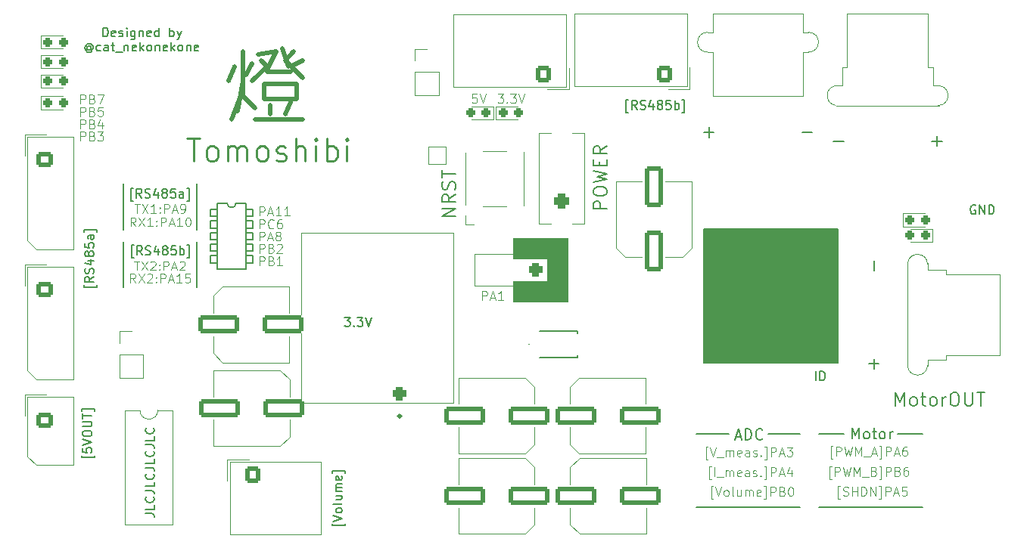
<source format=gbr>
%TF.GenerationSoftware,KiCad,Pcbnew,(6.0.11)*%
%TF.CreationDate,2024-02-10T22:55:27+09:00*%
%TF.ProjectId,LargeMD,4c617267-654d-4442-9e6b-696361645f70,rev?*%
%TF.SameCoordinates,Original*%
%TF.FileFunction,Legend,Top*%
%TF.FilePolarity,Positive*%
%FSLAX46Y46*%
G04 Gerber Fmt 4.6, Leading zero omitted, Abs format (unit mm)*
G04 Created by KiCad (PCBNEW (6.0.11)) date 2024-02-10 22:55:27*
%MOMM*%
%LPD*%
G01*
G04 APERTURE LIST*
G04 Aperture macros list*
%AMRoundRect*
0 Rectangle with rounded corners*
0 $1 Rounding radius*
0 $2 $3 $4 $5 $6 $7 $8 $9 X,Y pos of 4 corners*
0 Add a 4 corners polygon primitive as box body*
4,1,4,$2,$3,$4,$5,$6,$7,$8,$9,$2,$3,0*
0 Add four circle primitives for the rounded corners*
1,1,$1+$1,$2,$3*
1,1,$1+$1,$4,$5*
1,1,$1+$1,$6,$7*
1,1,$1+$1,$8,$9*
0 Add four rect primitives between the rounded corners*
20,1,$1+$1,$2,$3,$4,$5,0*
20,1,$1+$1,$4,$5,$6,$7,0*
20,1,$1+$1,$6,$7,$8,$9,0*
20,1,$1+$1,$8,$9,$2,$3,0*%
G04 Aperture macros list end*
%ADD10C,0.150000*%
%ADD11C,0.130000*%
%ADD12C,0.120000*%
%ADD13C,0.200000*%
%ADD14C,0.470000*%
%ADD15C,0.270000*%
%ADD16C,0.100000*%
%ADD17C,0.314000*%
%ADD18R,3.400000X2.600000*%
%ADD19R,1.500000X2.000000*%
%ADD20C,1.700000*%
%ADD21RoundRect,0.425000X0.425000X0.425000X-0.425000X0.425000X-0.425000X-0.425000X0.425000X-0.425000X0*%
%ADD22R,1.500000X1.500000*%
%ADD23RoundRect,0.250000X-0.675000X0.600000X-0.675000X-0.600000X0.675000X-0.600000X0.675000X0.600000X0*%
%ADD24O,1.850000X1.700000*%
%ADD25C,1.400000*%
%ADD26R,3.500000X3.500000*%
%ADD27C,3.500000*%
%ADD28RoundRect,0.237500X-0.287500X-0.237500X0.287500X-0.237500X0.287500X0.237500X-0.287500X0.237500X0*%
%ADD29RoundRect,0.250001X1.999999X0.799999X-1.999999X0.799999X-1.999999X-0.799999X1.999999X-0.799999X0*%
%ADD30RoundRect,0.250000X0.600000X0.675000X-0.600000X0.675000X-0.600000X-0.675000X0.600000X-0.675000X0*%
%ADD31O,1.700000X1.850000*%
%ADD32RoundRect,0.250001X-1.999999X-0.799999X1.999999X-0.799999X1.999999X0.799999X-1.999999X0.799999X0*%
%ADD33RoundRect,0.381000X-0.381000X0.381000X-0.381000X-0.381000X0.381000X-0.381000X0.381000X0.381000X0*%
%ADD34C,1.524000*%
%ADD35RoundRect,0.250001X0.799999X-1.999999X0.799999X1.999999X-0.799999X1.999999X-0.799999X-1.999999X0*%
%ADD36R,1.700000X1.700000*%
%ADD37O,1.700000X1.700000*%
%ADD38RoundRect,0.250000X-0.600000X-0.675000X0.600000X-0.675000X0.600000X0.675000X-0.600000X0.675000X0*%
%ADD39R,1.400000X1.600000*%
%ADD40RoundRect,0.237500X0.287500X0.237500X-0.287500X0.237500X-0.287500X-0.237500X0.287500X-0.237500X0*%
%ADD41R,1.600000X1.600000*%
%ADD42O,1.600000X1.600000*%
%ADD43C,2.000000*%
%ADD44R,1.000000X1.000000*%
%ADD45O,1.000000X1.000000*%
%ADD46C,1.600000*%
G04 APERTURE END LIST*
D10*
X68500000Y-62350000D02*
X67700000Y-62350000D01*
X67700000Y-62350000D02*
X67700000Y-61550000D01*
X67700000Y-61550000D02*
X68500000Y-61550000D01*
X68500000Y-61550000D02*
X68500000Y-62350000D01*
X64500000Y-58450000D02*
X63700000Y-58450000D01*
X63700000Y-58450000D02*
X63700000Y-57650000D01*
X63700000Y-57650000D02*
X64500000Y-57650000D01*
X64500000Y-57650000D02*
X64500000Y-58450000D01*
X68500000Y-61050000D02*
X67700000Y-61050000D01*
X67700000Y-61050000D02*
X67700000Y-60250000D01*
X67700000Y-60250000D02*
X68500000Y-60250000D01*
X68500000Y-60250000D02*
X68500000Y-61050000D01*
X126100000Y-82800000D02*
X129700000Y-82800000D01*
X131800000Y-91000000D02*
X143400000Y-91000000D01*
X118950000Y-59850000D02*
X133950000Y-59850000D01*
X133950000Y-59850000D02*
X133950000Y-74850000D01*
X133950000Y-74850000D02*
X118950000Y-74850000D01*
X118950000Y-74850000D02*
X118950000Y-59850000D01*
G36*
X118950000Y-59850000D02*
G01*
X133950000Y-59850000D01*
X133950000Y-74850000D01*
X118950000Y-74850000D01*
X118950000Y-59850000D01*
G37*
X68500000Y-63650000D02*
X67700000Y-63650000D01*
X67700000Y-63650000D02*
X67700000Y-62850000D01*
X67700000Y-62850000D02*
X68500000Y-62850000D01*
X68500000Y-62850000D02*
X68500000Y-63650000D01*
X64500000Y-59750000D02*
X63700000Y-59750000D01*
X63700000Y-59750000D02*
X63700000Y-58950000D01*
X63700000Y-58950000D02*
X64500000Y-58950000D01*
X64500000Y-58950000D02*
X64500000Y-59750000D01*
X65600000Y-56950000D02*
G75*
G03*
X66600000Y-56950000I500000J0D01*
G01*
X64500000Y-64350000D02*
X67700000Y-64350000D01*
X66600000Y-56950000D02*
X67700000Y-56950000D01*
X54000000Y-54800000D02*
X54000000Y-59900000D01*
X64500000Y-63650000D02*
X63700000Y-63650000D01*
X63700000Y-63650000D02*
X63700000Y-62850000D01*
X63700000Y-62850000D02*
X64500000Y-62850000D01*
X64500000Y-62850000D02*
X64500000Y-63650000D01*
X62200000Y-54800000D02*
X62200000Y-59900000D01*
X68500000Y-58450000D02*
X67700000Y-58450000D01*
X67700000Y-58450000D02*
X67700000Y-57650000D01*
X67700000Y-57650000D02*
X68500000Y-57650000D01*
X68500000Y-57650000D02*
X68500000Y-58450000D01*
X134600000Y-82800000D02*
X131800000Y-82800000D01*
X67700000Y-56950000D02*
X67700000Y-64350000D01*
X62200000Y-61300000D02*
X62200000Y-66400000D01*
X118100000Y-91000000D02*
X129700000Y-91000000D01*
X64500000Y-56950000D02*
X65600000Y-56950000D01*
X64500000Y-61050000D02*
X63700000Y-61050000D01*
X63700000Y-61050000D02*
X63700000Y-60250000D01*
X63700000Y-60250000D02*
X64500000Y-60250000D01*
X64500000Y-60250000D02*
X64500000Y-61050000D01*
X64500000Y-62350000D02*
X63700000Y-62350000D01*
X63700000Y-62350000D02*
X63700000Y-61550000D01*
X63700000Y-61550000D02*
X64500000Y-61550000D01*
X64500000Y-61550000D02*
X64500000Y-62350000D01*
X140600000Y-82800000D02*
X143400000Y-82800000D01*
X64500000Y-56950000D02*
X64500000Y-64350000D01*
X68500000Y-59750000D02*
X67700000Y-59750000D01*
X67700000Y-59750000D02*
X67700000Y-58950000D01*
X67700000Y-58950000D02*
X68500000Y-58950000D01*
X68500000Y-58950000D02*
X68500000Y-59750000D01*
X121700000Y-82800000D02*
X118100000Y-82800000D01*
X54000000Y-61300000D02*
X54000000Y-66400000D01*
X56452380Y-91719047D02*
X57166666Y-91719047D01*
X57309523Y-91766666D01*
X57404761Y-91861904D01*
X57452380Y-92004761D01*
X57452380Y-92100000D01*
X57452380Y-90766666D02*
X57452380Y-91242857D01*
X56452380Y-91242857D01*
X57357142Y-89861904D02*
X57404761Y-89909523D01*
X57452380Y-90052380D01*
X57452380Y-90147619D01*
X57404761Y-90290476D01*
X57309523Y-90385714D01*
X57214285Y-90433333D01*
X57023809Y-90480952D01*
X56880952Y-90480952D01*
X56690476Y-90433333D01*
X56595238Y-90385714D01*
X56500000Y-90290476D01*
X56452380Y-90147619D01*
X56452380Y-90052380D01*
X56500000Y-89909523D01*
X56547619Y-89861904D01*
X56452380Y-89147619D02*
X57166666Y-89147619D01*
X57309523Y-89195238D01*
X57404761Y-89290476D01*
X57452380Y-89433333D01*
X57452380Y-89528571D01*
X57452380Y-88195238D02*
X57452380Y-88671428D01*
X56452380Y-88671428D01*
X57357142Y-87290476D02*
X57404761Y-87338095D01*
X57452380Y-87480952D01*
X57452380Y-87576190D01*
X57404761Y-87719047D01*
X57309523Y-87814285D01*
X57214285Y-87861904D01*
X57023809Y-87909523D01*
X56880952Y-87909523D01*
X56690476Y-87861904D01*
X56595238Y-87814285D01*
X56500000Y-87719047D01*
X56452380Y-87576190D01*
X56452380Y-87480952D01*
X56500000Y-87338095D01*
X56547619Y-87290476D01*
X56452380Y-86576190D02*
X57166666Y-86576190D01*
X57309523Y-86623809D01*
X57404761Y-86719047D01*
X57452380Y-86861904D01*
X57452380Y-86957142D01*
X57452380Y-85623809D02*
X57452380Y-86100000D01*
X56452380Y-86100000D01*
X57357142Y-84719047D02*
X57404761Y-84766666D01*
X57452380Y-84909523D01*
X57452380Y-85004761D01*
X57404761Y-85147619D01*
X57309523Y-85242857D01*
X57214285Y-85290476D01*
X57023809Y-85338095D01*
X56880952Y-85338095D01*
X56690476Y-85290476D01*
X56595238Y-85242857D01*
X56500000Y-85147619D01*
X56452380Y-85004761D01*
X56452380Y-84909523D01*
X56500000Y-84766666D01*
X56547619Y-84719047D01*
X56452380Y-84004761D02*
X57166666Y-84004761D01*
X57309523Y-84052380D01*
X57404761Y-84147619D01*
X57452380Y-84290476D01*
X57452380Y-84385714D01*
X57452380Y-83052380D02*
X57452380Y-83528571D01*
X56452380Y-83528571D01*
X57357142Y-82147619D02*
X57404761Y-82195238D01*
X57452380Y-82338095D01*
X57452380Y-82433333D01*
X57404761Y-82576190D01*
X57309523Y-82671428D01*
X57214285Y-82719047D01*
X57023809Y-82766666D01*
X56880952Y-82766666D01*
X56690476Y-82719047D01*
X56595238Y-82671428D01*
X56500000Y-82576190D01*
X56452380Y-82433333D01*
X56452380Y-82338095D01*
X56500000Y-82195238D01*
X56547619Y-82147619D01*
D11*
X78748809Y-69752380D02*
X79367857Y-69752380D01*
X79034523Y-70133333D01*
X79177380Y-70133333D01*
X79272619Y-70180952D01*
X79320238Y-70228571D01*
X79367857Y-70323809D01*
X79367857Y-70561904D01*
X79320238Y-70657142D01*
X79272619Y-70704761D01*
X79177380Y-70752380D01*
X78891666Y-70752380D01*
X78796428Y-70704761D01*
X78748809Y-70657142D01*
X79796428Y-70657142D02*
X79844047Y-70704761D01*
X79796428Y-70752380D01*
X79748809Y-70704761D01*
X79796428Y-70657142D01*
X79796428Y-70752380D01*
X80177380Y-69752380D02*
X80796428Y-69752380D01*
X80463095Y-70133333D01*
X80605952Y-70133333D01*
X80701190Y-70180952D01*
X80748809Y-70228571D01*
X80796428Y-70323809D01*
X80796428Y-70561904D01*
X80748809Y-70657142D01*
X80701190Y-70704761D01*
X80605952Y-70752380D01*
X80320238Y-70752380D01*
X80225000Y-70704761D01*
X80177380Y-70657142D01*
X81082142Y-69752380D02*
X81415476Y-70752380D01*
X81748809Y-69752380D01*
D10*
X135500000Y-83342857D02*
X135500000Y-82142857D01*
X135900000Y-83000000D01*
X136300000Y-82142857D01*
X136300000Y-83342857D01*
X137042857Y-83342857D02*
X136928571Y-83285714D01*
X136871428Y-83228571D01*
X136814285Y-83114285D01*
X136814285Y-82771428D01*
X136871428Y-82657142D01*
X136928571Y-82600000D01*
X137042857Y-82542857D01*
X137214285Y-82542857D01*
X137328571Y-82600000D01*
X137385714Y-82657142D01*
X137442857Y-82771428D01*
X137442857Y-83114285D01*
X137385714Y-83228571D01*
X137328571Y-83285714D01*
X137214285Y-83342857D01*
X137042857Y-83342857D01*
X137785714Y-82542857D02*
X138242857Y-82542857D01*
X137957142Y-82142857D02*
X137957142Y-83171428D01*
X138014285Y-83285714D01*
X138128571Y-83342857D01*
X138242857Y-83342857D01*
X138814285Y-83342857D02*
X138700000Y-83285714D01*
X138642857Y-83228571D01*
X138585714Y-83114285D01*
X138585714Y-82771428D01*
X138642857Y-82657142D01*
X138700000Y-82600000D01*
X138814285Y-82542857D01*
X138985714Y-82542857D01*
X139100000Y-82600000D01*
X139157142Y-82657142D01*
X139214285Y-82771428D01*
X139214285Y-83114285D01*
X139157142Y-83228571D01*
X139100000Y-83285714D01*
X138985714Y-83342857D01*
X138814285Y-83342857D01*
X139728571Y-83342857D02*
X139728571Y-82542857D01*
X139728571Y-82771428D02*
X139785714Y-82657142D01*
X139842857Y-82600000D01*
X139957142Y-82542857D01*
X140071428Y-82542857D01*
D11*
X78785714Y-92833333D02*
X78785714Y-93071428D01*
X77357142Y-93071428D01*
X77357142Y-92833333D01*
X77452380Y-92595238D02*
X78452380Y-92261904D01*
X77452380Y-91928571D01*
X78452380Y-91452380D02*
X78404761Y-91547619D01*
X78357142Y-91595238D01*
X78261904Y-91642857D01*
X77976190Y-91642857D01*
X77880952Y-91595238D01*
X77833333Y-91547619D01*
X77785714Y-91452380D01*
X77785714Y-91309523D01*
X77833333Y-91214285D01*
X77880952Y-91166666D01*
X77976190Y-91119047D01*
X78261904Y-91119047D01*
X78357142Y-91166666D01*
X78404761Y-91214285D01*
X78452380Y-91309523D01*
X78452380Y-91452380D01*
X78452380Y-90547619D02*
X78404761Y-90642857D01*
X78309523Y-90690476D01*
X77452380Y-90690476D01*
X77785714Y-89738095D02*
X78452380Y-89738095D01*
X77785714Y-90166666D02*
X78309523Y-90166666D01*
X78404761Y-90119047D01*
X78452380Y-90023809D01*
X78452380Y-89880952D01*
X78404761Y-89785714D01*
X78357142Y-89738095D01*
X78452380Y-89261904D02*
X77785714Y-89261904D01*
X77880952Y-89261904D02*
X77833333Y-89214285D01*
X77785714Y-89119047D01*
X77785714Y-88976190D01*
X77833333Y-88880952D01*
X77928571Y-88833333D01*
X78452380Y-88833333D01*
X77928571Y-88833333D02*
X77833333Y-88785714D01*
X77785714Y-88690476D01*
X77785714Y-88547619D01*
X77833333Y-88452380D01*
X77928571Y-88404761D01*
X78452380Y-88404761D01*
X78404761Y-87547619D02*
X78452380Y-87642857D01*
X78452380Y-87833333D01*
X78404761Y-87928571D01*
X78309523Y-87976190D01*
X77928571Y-87976190D01*
X77833333Y-87928571D01*
X77785714Y-87833333D01*
X77785714Y-87642857D01*
X77833333Y-87547619D01*
X77928571Y-87500000D01*
X78023809Y-87500000D01*
X78119047Y-87976190D01*
X78785714Y-87166666D02*
X78785714Y-86928571D01*
X77357142Y-86928571D01*
X77357142Y-87166666D01*
D10*
X122514285Y-83100000D02*
X123085714Y-83100000D01*
X122400000Y-83442857D02*
X122800000Y-82242857D01*
X123200000Y-83442857D01*
X123600000Y-83442857D02*
X123600000Y-82242857D01*
X123885714Y-82242857D01*
X124057142Y-82300000D01*
X124171428Y-82414285D01*
X124228571Y-82528571D01*
X124285714Y-82757142D01*
X124285714Y-82928571D01*
X124228571Y-83157142D01*
X124171428Y-83271428D01*
X124057142Y-83385714D01*
X123885714Y-83442857D01*
X123600000Y-83442857D01*
X125485714Y-83328571D02*
X125428571Y-83385714D01*
X125257142Y-83442857D01*
X125142857Y-83442857D01*
X124971428Y-83385714D01*
X124857142Y-83271428D01*
X124800000Y-83157142D01*
X124742857Y-82928571D01*
X124742857Y-82757142D01*
X124800000Y-82528571D01*
X124857142Y-82414285D01*
X124971428Y-82300000D01*
X125142857Y-82242857D01*
X125257142Y-82242857D01*
X125428571Y-82300000D01*
X125485714Y-82357142D01*
D12*
X69233333Y-61152380D02*
X69233333Y-60152380D01*
X69614285Y-60152380D01*
X69709523Y-60200000D01*
X69757142Y-60247619D01*
X69804761Y-60342857D01*
X69804761Y-60485714D01*
X69757142Y-60580952D01*
X69709523Y-60628571D01*
X69614285Y-60676190D01*
X69233333Y-60676190D01*
X70185714Y-60866666D02*
X70661904Y-60866666D01*
X70090476Y-61152380D02*
X70423809Y-60152380D01*
X70757142Y-61152380D01*
X71233333Y-60580952D02*
X71138095Y-60533333D01*
X71090476Y-60485714D01*
X71042857Y-60390476D01*
X71042857Y-60342857D01*
X71090476Y-60247619D01*
X71138095Y-60200000D01*
X71233333Y-60152380D01*
X71423809Y-60152380D01*
X71519047Y-60200000D01*
X71566666Y-60247619D01*
X71614285Y-60342857D01*
X71614285Y-60390476D01*
X71566666Y-60485714D01*
X71519047Y-60533333D01*
X71423809Y-60580952D01*
X71233333Y-60580952D01*
X71138095Y-60628571D01*
X71090476Y-60676190D01*
X71042857Y-60771428D01*
X71042857Y-60961904D01*
X71090476Y-61057142D01*
X71138095Y-61104761D01*
X71233333Y-61152380D01*
X71423809Y-61152380D01*
X71519047Y-61104761D01*
X71566666Y-61057142D01*
X71614285Y-60961904D01*
X71614285Y-60771428D01*
X71566666Y-60676190D01*
X71519047Y-60628571D01*
X71423809Y-60580952D01*
D11*
X55100000Y-56685714D02*
X54861904Y-56685714D01*
X54861904Y-55257142D01*
X55100000Y-55257142D01*
X56052380Y-56352380D02*
X55719047Y-55876190D01*
X55480952Y-56352380D02*
X55480952Y-55352380D01*
X55861904Y-55352380D01*
X55957142Y-55400000D01*
X56004761Y-55447619D01*
X56052380Y-55542857D01*
X56052380Y-55685714D01*
X56004761Y-55780952D01*
X55957142Y-55828571D01*
X55861904Y-55876190D01*
X55480952Y-55876190D01*
X56433333Y-56304761D02*
X56576190Y-56352380D01*
X56814285Y-56352380D01*
X56909523Y-56304761D01*
X56957142Y-56257142D01*
X57004761Y-56161904D01*
X57004761Y-56066666D01*
X56957142Y-55971428D01*
X56909523Y-55923809D01*
X56814285Y-55876190D01*
X56623809Y-55828571D01*
X56528571Y-55780952D01*
X56480952Y-55733333D01*
X56433333Y-55638095D01*
X56433333Y-55542857D01*
X56480952Y-55447619D01*
X56528571Y-55400000D01*
X56623809Y-55352380D01*
X56861904Y-55352380D01*
X57004761Y-55400000D01*
X57861904Y-55685714D02*
X57861904Y-56352380D01*
X57623809Y-55304761D02*
X57385714Y-56019047D01*
X58004761Y-56019047D01*
X58528571Y-55780952D02*
X58433333Y-55733333D01*
X58385714Y-55685714D01*
X58338095Y-55590476D01*
X58338095Y-55542857D01*
X58385714Y-55447619D01*
X58433333Y-55400000D01*
X58528571Y-55352380D01*
X58719047Y-55352380D01*
X58814285Y-55400000D01*
X58861904Y-55447619D01*
X58909523Y-55542857D01*
X58909523Y-55590476D01*
X58861904Y-55685714D01*
X58814285Y-55733333D01*
X58719047Y-55780952D01*
X58528571Y-55780952D01*
X58433333Y-55828571D01*
X58385714Y-55876190D01*
X58338095Y-55971428D01*
X58338095Y-56161904D01*
X58385714Y-56257142D01*
X58433333Y-56304761D01*
X58528571Y-56352380D01*
X58719047Y-56352380D01*
X58814285Y-56304761D01*
X58861904Y-56257142D01*
X58909523Y-56161904D01*
X58909523Y-55971428D01*
X58861904Y-55876190D01*
X58814285Y-55828571D01*
X58719047Y-55780952D01*
X59814285Y-55352380D02*
X59338095Y-55352380D01*
X59290476Y-55828571D01*
X59338095Y-55780952D01*
X59433333Y-55733333D01*
X59671428Y-55733333D01*
X59766666Y-55780952D01*
X59814285Y-55828571D01*
X59861904Y-55923809D01*
X59861904Y-56161904D01*
X59814285Y-56257142D01*
X59766666Y-56304761D01*
X59671428Y-56352380D01*
X59433333Y-56352380D01*
X59338095Y-56304761D01*
X59290476Y-56257142D01*
X60719047Y-56352380D02*
X60719047Y-55828571D01*
X60671428Y-55733333D01*
X60576190Y-55685714D01*
X60385714Y-55685714D01*
X60290476Y-55733333D01*
X60719047Y-56304761D02*
X60623809Y-56352380D01*
X60385714Y-56352380D01*
X60290476Y-56304761D01*
X60242857Y-56209523D01*
X60242857Y-56114285D01*
X60290476Y-56019047D01*
X60385714Y-55971428D01*
X60623809Y-55971428D01*
X60719047Y-55923809D01*
X61100000Y-56685714D02*
X61338095Y-56685714D01*
X61338095Y-55257142D01*
X61100000Y-55257142D01*
D12*
X69236904Y-63927380D02*
X69236904Y-62927380D01*
X69617857Y-62927380D01*
X69713095Y-62975000D01*
X69760714Y-63022619D01*
X69808333Y-63117857D01*
X69808333Y-63260714D01*
X69760714Y-63355952D01*
X69713095Y-63403571D01*
X69617857Y-63451190D01*
X69236904Y-63451190D01*
X70570238Y-63403571D02*
X70713095Y-63451190D01*
X70760714Y-63498809D01*
X70808333Y-63594047D01*
X70808333Y-63736904D01*
X70760714Y-63832142D01*
X70713095Y-63879761D01*
X70617857Y-63927380D01*
X70236904Y-63927380D01*
X70236904Y-62927380D01*
X70570238Y-62927380D01*
X70665476Y-62975000D01*
X70713095Y-63022619D01*
X70760714Y-63117857D01*
X70760714Y-63213095D01*
X70713095Y-63308333D01*
X70665476Y-63355952D01*
X70570238Y-63403571D01*
X70236904Y-63403571D01*
X71760714Y-63927380D02*
X71189285Y-63927380D01*
X71475000Y-63927380D02*
X71475000Y-62927380D01*
X71379761Y-63070238D01*
X71284523Y-63165476D01*
X71189285Y-63213095D01*
X49211904Y-47202380D02*
X49211904Y-46202380D01*
X49592857Y-46202380D01*
X49688095Y-46250000D01*
X49735714Y-46297619D01*
X49783333Y-46392857D01*
X49783333Y-46535714D01*
X49735714Y-46630952D01*
X49688095Y-46678571D01*
X49592857Y-46726190D01*
X49211904Y-46726190D01*
X50545238Y-46678571D02*
X50688095Y-46726190D01*
X50735714Y-46773809D01*
X50783333Y-46869047D01*
X50783333Y-47011904D01*
X50735714Y-47107142D01*
X50688095Y-47154761D01*
X50592857Y-47202380D01*
X50211904Y-47202380D01*
X50211904Y-46202380D01*
X50545238Y-46202380D01*
X50640476Y-46250000D01*
X50688095Y-46297619D01*
X50735714Y-46392857D01*
X50735714Y-46488095D01*
X50688095Y-46583333D01*
X50640476Y-46630952D01*
X50545238Y-46678571D01*
X50211904Y-46678571D01*
X51688095Y-46202380D02*
X51211904Y-46202380D01*
X51164285Y-46678571D01*
X51211904Y-46630952D01*
X51307142Y-46583333D01*
X51545238Y-46583333D01*
X51640476Y-46630952D01*
X51688095Y-46678571D01*
X51735714Y-46773809D01*
X51735714Y-47011904D01*
X51688095Y-47107142D01*
X51640476Y-47154761D01*
X51545238Y-47202380D01*
X51307142Y-47202380D01*
X51211904Y-47154761D01*
X51164285Y-47107142D01*
X94133333Y-67802380D02*
X94133333Y-66802380D01*
X94514285Y-66802380D01*
X94609523Y-66850000D01*
X94657142Y-66897619D01*
X94704761Y-66992857D01*
X94704761Y-67135714D01*
X94657142Y-67230952D01*
X94609523Y-67278571D01*
X94514285Y-67326190D01*
X94133333Y-67326190D01*
X95085714Y-67516666D02*
X95561904Y-67516666D01*
X94990476Y-67802380D02*
X95323809Y-66802380D01*
X95657142Y-67802380D01*
X96514285Y-67802380D02*
X95942857Y-67802380D01*
X96228571Y-67802380D02*
X96228571Y-66802380D01*
X96133333Y-66945238D01*
X96038095Y-67040476D01*
X95942857Y-67088095D01*
X134193571Y-90060714D02*
X133955476Y-90060714D01*
X133955476Y-88632142D01*
X134193571Y-88632142D01*
X134526904Y-89679761D02*
X134669761Y-89727380D01*
X134907857Y-89727380D01*
X135003095Y-89679761D01*
X135050714Y-89632142D01*
X135098333Y-89536904D01*
X135098333Y-89441666D01*
X135050714Y-89346428D01*
X135003095Y-89298809D01*
X134907857Y-89251190D01*
X134717380Y-89203571D01*
X134622142Y-89155952D01*
X134574523Y-89108333D01*
X134526904Y-89013095D01*
X134526904Y-88917857D01*
X134574523Y-88822619D01*
X134622142Y-88775000D01*
X134717380Y-88727380D01*
X134955476Y-88727380D01*
X135098333Y-88775000D01*
X135526904Y-89727380D02*
X135526904Y-88727380D01*
X135526904Y-89203571D02*
X136098333Y-89203571D01*
X136098333Y-89727380D02*
X136098333Y-88727380D01*
X136574523Y-89727380D02*
X136574523Y-88727380D01*
X136812619Y-88727380D01*
X136955476Y-88775000D01*
X137050714Y-88870238D01*
X137098333Y-88965476D01*
X137145952Y-89155952D01*
X137145952Y-89298809D01*
X137098333Y-89489285D01*
X137050714Y-89584523D01*
X136955476Y-89679761D01*
X136812619Y-89727380D01*
X136574523Y-89727380D01*
X137574523Y-89727380D02*
X137574523Y-88727380D01*
X138145952Y-89727380D01*
X138145952Y-88727380D01*
X138526904Y-90060714D02*
X138765000Y-90060714D01*
X138765000Y-88632142D01*
X138526904Y-88632142D01*
X139288809Y-89727380D02*
X139288809Y-88727380D01*
X139669761Y-88727380D01*
X139765000Y-88775000D01*
X139812619Y-88822619D01*
X139860238Y-88917857D01*
X139860238Y-89060714D01*
X139812619Y-89155952D01*
X139765000Y-89203571D01*
X139669761Y-89251190D01*
X139288809Y-89251190D01*
X140241190Y-89441666D02*
X140717380Y-89441666D01*
X140145952Y-89727380D02*
X140479285Y-88727380D01*
X140812619Y-89727380D01*
X141622142Y-88727380D02*
X141145952Y-88727380D01*
X141098333Y-89203571D01*
X141145952Y-89155952D01*
X141241190Y-89108333D01*
X141479285Y-89108333D01*
X141574523Y-89155952D01*
X141622142Y-89203571D01*
X141669761Y-89298809D01*
X141669761Y-89536904D01*
X141622142Y-89632142D01*
X141574523Y-89679761D01*
X141479285Y-89727380D01*
X141241190Y-89727380D01*
X141145952Y-89679761D01*
X141098333Y-89632142D01*
D11*
X131450000Y-76802380D02*
X131450000Y-75802380D01*
X131926190Y-76802380D02*
X131926190Y-75802380D01*
X132164285Y-75802380D01*
X132307142Y-75850000D01*
X132402380Y-75945238D01*
X132450000Y-76040476D01*
X132497619Y-76230952D01*
X132497619Y-76373809D01*
X132450000Y-76564285D01*
X132402380Y-76659523D01*
X132307142Y-76754761D01*
X132164285Y-76802380D01*
X131926190Y-76802380D01*
X149313095Y-57225000D02*
X149217857Y-57177380D01*
X149075000Y-57177380D01*
X148932142Y-57225000D01*
X148836904Y-57320238D01*
X148789285Y-57415476D01*
X148741666Y-57605952D01*
X148741666Y-57748809D01*
X148789285Y-57939285D01*
X148836904Y-58034523D01*
X148932142Y-58129761D01*
X149075000Y-58177380D01*
X149170238Y-58177380D01*
X149313095Y-58129761D01*
X149360714Y-58082142D01*
X149360714Y-57748809D01*
X149170238Y-57748809D01*
X149789285Y-58177380D02*
X149789285Y-57177380D01*
X150360714Y-58177380D01*
X150360714Y-57177380D01*
X150836904Y-58177380D02*
X150836904Y-57177380D01*
X151075000Y-57177380D01*
X151217857Y-57225000D01*
X151313095Y-57320238D01*
X151360714Y-57415476D01*
X151408333Y-57605952D01*
X151408333Y-57748809D01*
X151360714Y-57939285D01*
X151313095Y-58034523D01*
X151217857Y-58129761D01*
X151075000Y-58177380D01*
X150836904Y-58177380D01*
D13*
X108078571Y-57564285D02*
X106578571Y-57564285D01*
X106578571Y-56992857D01*
X106650000Y-56850000D01*
X106721428Y-56778571D01*
X106864285Y-56707142D01*
X107078571Y-56707142D01*
X107221428Y-56778571D01*
X107292857Y-56850000D01*
X107364285Y-56992857D01*
X107364285Y-57564285D01*
X106578571Y-55778571D02*
X106578571Y-55492857D01*
X106650000Y-55350000D01*
X106792857Y-55207142D01*
X107078571Y-55135714D01*
X107578571Y-55135714D01*
X107864285Y-55207142D01*
X108007142Y-55350000D01*
X108078571Y-55492857D01*
X108078571Y-55778571D01*
X108007142Y-55921428D01*
X107864285Y-56064285D01*
X107578571Y-56135714D01*
X107078571Y-56135714D01*
X106792857Y-56064285D01*
X106650000Y-55921428D01*
X106578571Y-55778571D01*
X106578571Y-54635714D02*
X108078571Y-54278571D01*
X107007142Y-53992857D01*
X108078571Y-53707142D01*
X106578571Y-53350000D01*
X107292857Y-52778571D02*
X107292857Y-52278571D01*
X108078571Y-52064285D02*
X108078571Y-52778571D01*
X106578571Y-52778571D01*
X106578571Y-52064285D01*
X108078571Y-50564285D02*
X107364285Y-51064285D01*
X108078571Y-51421428D02*
X106578571Y-51421428D01*
X106578571Y-50850000D01*
X106650000Y-50707142D01*
X106721428Y-50635714D01*
X106864285Y-50564285D01*
X107078571Y-50564285D01*
X107221428Y-50635714D01*
X107292857Y-50707142D01*
X107364285Y-50850000D01*
X107364285Y-51421428D01*
D12*
X49211904Y-45802380D02*
X49211904Y-44802380D01*
X49592857Y-44802380D01*
X49688095Y-44850000D01*
X49735714Y-44897619D01*
X49783333Y-44992857D01*
X49783333Y-45135714D01*
X49735714Y-45230952D01*
X49688095Y-45278571D01*
X49592857Y-45326190D01*
X49211904Y-45326190D01*
X50545238Y-45278571D02*
X50688095Y-45326190D01*
X50735714Y-45373809D01*
X50783333Y-45469047D01*
X50783333Y-45611904D01*
X50735714Y-45707142D01*
X50688095Y-45754761D01*
X50592857Y-45802380D01*
X50211904Y-45802380D01*
X50211904Y-44802380D01*
X50545238Y-44802380D01*
X50640476Y-44850000D01*
X50688095Y-44897619D01*
X50735714Y-44992857D01*
X50735714Y-45088095D01*
X50688095Y-45183333D01*
X50640476Y-45230952D01*
X50545238Y-45278571D01*
X50211904Y-45278571D01*
X51116666Y-44802380D02*
X51783333Y-44802380D01*
X51354761Y-45802380D01*
X49211904Y-49952380D02*
X49211904Y-48952380D01*
X49592857Y-48952380D01*
X49688095Y-49000000D01*
X49735714Y-49047619D01*
X49783333Y-49142857D01*
X49783333Y-49285714D01*
X49735714Y-49380952D01*
X49688095Y-49428571D01*
X49592857Y-49476190D01*
X49211904Y-49476190D01*
X50545238Y-49428571D02*
X50688095Y-49476190D01*
X50735714Y-49523809D01*
X50783333Y-49619047D01*
X50783333Y-49761904D01*
X50735714Y-49857142D01*
X50688095Y-49904761D01*
X50592857Y-49952380D01*
X50211904Y-49952380D01*
X50211904Y-48952380D01*
X50545238Y-48952380D01*
X50640476Y-49000000D01*
X50688095Y-49047619D01*
X50735714Y-49142857D01*
X50735714Y-49238095D01*
X50688095Y-49333333D01*
X50640476Y-49380952D01*
X50545238Y-49428571D01*
X50211904Y-49428571D01*
X51116666Y-48952380D02*
X51735714Y-48952380D01*
X51402380Y-49333333D01*
X51545238Y-49333333D01*
X51640476Y-49380952D01*
X51688095Y-49428571D01*
X51735714Y-49523809D01*
X51735714Y-49761904D01*
X51688095Y-49857142D01*
X51640476Y-49904761D01*
X51545238Y-49952380D01*
X51259523Y-49952380D01*
X51164285Y-49904761D01*
X51116666Y-49857142D01*
X119402380Y-85635714D02*
X119164285Y-85635714D01*
X119164285Y-84207142D01*
X119402380Y-84207142D01*
X119640476Y-84302380D02*
X119973809Y-85302380D01*
X120307142Y-84302380D01*
X120402380Y-85397619D02*
X121164285Y-85397619D01*
X121402380Y-85302380D02*
X121402380Y-84635714D01*
X121402380Y-84730952D02*
X121450000Y-84683333D01*
X121545238Y-84635714D01*
X121688095Y-84635714D01*
X121783333Y-84683333D01*
X121830952Y-84778571D01*
X121830952Y-85302380D01*
X121830952Y-84778571D02*
X121878571Y-84683333D01*
X121973809Y-84635714D01*
X122116666Y-84635714D01*
X122211904Y-84683333D01*
X122259523Y-84778571D01*
X122259523Y-85302380D01*
X123116666Y-85254761D02*
X123021428Y-85302380D01*
X122830952Y-85302380D01*
X122735714Y-85254761D01*
X122688095Y-85159523D01*
X122688095Y-84778571D01*
X122735714Y-84683333D01*
X122830952Y-84635714D01*
X123021428Y-84635714D01*
X123116666Y-84683333D01*
X123164285Y-84778571D01*
X123164285Y-84873809D01*
X122688095Y-84969047D01*
X124021428Y-85302380D02*
X124021428Y-84778571D01*
X123973809Y-84683333D01*
X123878571Y-84635714D01*
X123688095Y-84635714D01*
X123592857Y-84683333D01*
X124021428Y-85254761D02*
X123926190Y-85302380D01*
X123688095Y-85302380D01*
X123592857Y-85254761D01*
X123545238Y-85159523D01*
X123545238Y-85064285D01*
X123592857Y-84969047D01*
X123688095Y-84921428D01*
X123926190Y-84921428D01*
X124021428Y-84873809D01*
X124450000Y-85254761D02*
X124545238Y-85302380D01*
X124735714Y-85302380D01*
X124830952Y-85254761D01*
X124878571Y-85159523D01*
X124878571Y-85111904D01*
X124830952Y-85016666D01*
X124735714Y-84969047D01*
X124592857Y-84969047D01*
X124497619Y-84921428D01*
X124450000Y-84826190D01*
X124450000Y-84778571D01*
X124497619Y-84683333D01*
X124592857Y-84635714D01*
X124735714Y-84635714D01*
X124830952Y-84683333D01*
X125307142Y-85207142D02*
X125354761Y-85254761D01*
X125307142Y-85302380D01*
X125259523Y-85254761D01*
X125307142Y-85207142D01*
X125307142Y-85302380D01*
X125688095Y-85635714D02*
X125926190Y-85635714D01*
X125926190Y-84207142D01*
X125688095Y-84207142D01*
X126450000Y-85302380D02*
X126450000Y-84302380D01*
X126830952Y-84302380D01*
X126926190Y-84350000D01*
X126973809Y-84397619D01*
X127021428Y-84492857D01*
X127021428Y-84635714D01*
X126973809Y-84730952D01*
X126926190Y-84778571D01*
X126830952Y-84826190D01*
X126450000Y-84826190D01*
X127402380Y-85016666D02*
X127878571Y-85016666D01*
X127307142Y-85302380D02*
X127640476Y-84302380D01*
X127973809Y-85302380D01*
X128211904Y-84302380D02*
X128830952Y-84302380D01*
X128497619Y-84683333D01*
X128640476Y-84683333D01*
X128735714Y-84730952D01*
X128783333Y-84778571D01*
X128830952Y-84873809D01*
X128830952Y-85111904D01*
X128783333Y-85207142D01*
X128735714Y-85254761D01*
X128640476Y-85302380D01*
X128354761Y-85302380D01*
X128259523Y-85254761D01*
X128211904Y-85207142D01*
X55338095Y-65852380D02*
X55004761Y-65376190D01*
X54766666Y-65852380D02*
X54766666Y-64852380D01*
X55147619Y-64852380D01*
X55242857Y-64900000D01*
X55290476Y-64947619D01*
X55338095Y-65042857D01*
X55338095Y-65185714D01*
X55290476Y-65280952D01*
X55242857Y-65328571D01*
X55147619Y-65376190D01*
X54766666Y-65376190D01*
X55671428Y-64852380D02*
X56338095Y-65852380D01*
X56338095Y-64852380D02*
X55671428Y-65852380D01*
X56671428Y-64947619D02*
X56719047Y-64900000D01*
X56814285Y-64852380D01*
X57052380Y-64852380D01*
X57147619Y-64900000D01*
X57195238Y-64947619D01*
X57242857Y-65042857D01*
X57242857Y-65138095D01*
X57195238Y-65280952D01*
X56623809Y-65852380D01*
X57242857Y-65852380D01*
X57671428Y-65757142D02*
X57719047Y-65804761D01*
X57671428Y-65852380D01*
X57623809Y-65804761D01*
X57671428Y-65757142D01*
X57671428Y-65852380D01*
X57671428Y-65233333D02*
X57719047Y-65280952D01*
X57671428Y-65328571D01*
X57623809Y-65280952D01*
X57671428Y-65233333D01*
X57671428Y-65328571D01*
X58147619Y-65852380D02*
X58147619Y-64852380D01*
X58528571Y-64852380D01*
X58623809Y-64900000D01*
X58671428Y-64947619D01*
X58719047Y-65042857D01*
X58719047Y-65185714D01*
X58671428Y-65280952D01*
X58623809Y-65328571D01*
X58528571Y-65376190D01*
X58147619Y-65376190D01*
X59100000Y-65566666D02*
X59576190Y-65566666D01*
X59004761Y-65852380D02*
X59338095Y-64852380D01*
X59671428Y-65852380D01*
X60528571Y-65852380D02*
X59957142Y-65852380D01*
X60242857Y-65852380D02*
X60242857Y-64852380D01*
X60147619Y-64995238D01*
X60052380Y-65090476D01*
X59957142Y-65138095D01*
X61433333Y-64852380D02*
X60957142Y-64852380D01*
X60909523Y-65328571D01*
X60957142Y-65280952D01*
X61052380Y-65233333D01*
X61290476Y-65233333D01*
X61385714Y-65280952D01*
X61433333Y-65328571D01*
X61480952Y-65423809D01*
X61480952Y-65661904D01*
X61433333Y-65757142D01*
X61385714Y-65804761D01*
X61290476Y-65852380D01*
X61052380Y-65852380D01*
X60957142Y-65804761D01*
X60909523Y-65757142D01*
D11*
X51716666Y-38297380D02*
X51716666Y-37297380D01*
X51954761Y-37297380D01*
X52097619Y-37345000D01*
X52192857Y-37440238D01*
X52240476Y-37535476D01*
X52288095Y-37725952D01*
X52288095Y-37868809D01*
X52240476Y-38059285D01*
X52192857Y-38154523D01*
X52097619Y-38249761D01*
X51954761Y-38297380D01*
X51716666Y-38297380D01*
X53097619Y-38249761D02*
X53002380Y-38297380D01*
X52811904Y-38297380D01*
X52716666Y-38249761D01*
X52669047Y-38154523D01*
X52669047Y-37773571D01*
X52716666Y-37678333D01*
X52811904Y-37630714D01*
X53002380Y-37630714D01*
X53097619Y-37678333D01*
X53145238Y-37773571D01*
X53145238Y-37868809D01*
X52669047Y-37964047D01*
X53526190Y-38249761D02*
X53621428Y-38297380D01*
X53811904Y-38297380D01*
X53907142Y-38249761D01*
X53954761Y-38154523D01*
X53954761Y-38106904D01*
X53907142Y-38011666D01*
X53811904Y-37964047D01*
X53669047Y-37964047D01*
X53573809Y-37916428D01*
X53526190Y-37821190D01*
X53526190Y-37773571D01*
X53573809Y-37678333D01*
X53669047Y-37630714D01*
X53811904Y-37630714D01*
X53907142Y-37678333D01*
X54383333Y-38297380D02*
X54383333Y-37630714D01*
X54383333Y-37297380D02*
X54335714Y-37345000D01*
X54383333Y-37392619D01*
X54430952Y-37345000D01*
X54383333Y-37297380D01*
X54383333Y-37392619D01*
X55288095Y-37630714D02*
X55288095Y-38440238D01*
X55240476Y-38535476D01*
X55192857Y-38583095D01*
X55097619Y-38630714D01*
X54954761Y-38630714D01*
X54859523Y-38583095D01*
X55288095Y-38249761D02*
X55192857Y-38297380D01*
X55002380Y-38297380D01*
X54907142Y-38249761D01*
X54859523Y-38202142D01*
X54811904Y-38106904D01*
X54811904Y-37821190D01*
X54859523Y-37725952D01*
X54907142Y-37678333D01*
X55002380Y-37630714D01*
X55192857Y-37630714D01*
X55288095Y-37678333D01*
X55764285Y-37630714D02*
X55764285Y-38297380D01*
X55764285Y-37725952D02*
X55811904Y-37678333D01*
X55907142Y-37630714D01*
X56050000Y-37630714D01*
X56145238Y-37678333D01*
X56192857Y-37773571D01*
X56192857Y-38297380D01*
X57050000Y-38249761D02*
X56954761Y-38297380D01*
X56764285Y-38297380D01*
X56669047Y-38249761D01*
X56621428Y-38154523D01*
X56621428Y-37773571D01*
X56669047Y-37678333D01*
X56764285Y-37630714D01*
X56954761Y-37630714D01*
X57050000Y-37678333D01*
X57097619Y-37773571D01*
X57097619Y-37868809D01*
X56621428Y-37964047D01*
X57954761Y-38297380D02*
X57954761Y-37297380D01*
X57954761Y-38249761D02*
X57859523Y-38297380D01*
X57669047Y-38297380D01*
X57573809Y-38249761D01*
X57526190Y-38202142D01*
X57478571Y-38106904D01*
X57478571Y-37821190D01*
X57526190Y-37725952D01*
X57573809Y-37678333D01*
X57669047Y-37630714D01*
X57859523Y-37630714D01*
X57954761Y-37678333D01*
X59192857Y-38297380D02*
X59192857Y-37297380D01*
X59192857Y-37678333D02*
X59288095Y-37630714D01*
X59478571Y-37630714D01*
X59573809Y-37678333D01*
X59621428Y-37725952D01*
X59669047Y-37821190D01*
X59669047Y-38106904D01*
X59621428Y-38202142D01*
X59573809Y-38249761D01*
X59478571Y-38297380D01*
X59288095Y-38297380D01*
X59192857Y-38249761D01*
X60002380Y-37630714D02*
X60240476Y-38297380D01*
X60478571Y-37630714D02*
X60240476Y-38297380D01*
X60145238Y-38535476D01*
X60097619Y-38583095D01*
X60002380Y-38630714D01*
X50359523Y-39431190D02*
X50311904Y-39383571D01*
X50216666Y-39335952D01*
X50121428Y-39335952D01*
X50026190Y-39383571D01*
X49978571Y-39431190D01*
X49930952Y-39526428D01*
X49930952Y-39621666D01*
X49978571Y-39716904D01*
X50026190Y-39764523D01*
X50121428Y-39812142D01*
X50216666Y-39812142D01*
X50311904Y-39764523D01*
X50359523Y-39716904D01*
X50359523Y-39335952D02*
X50359523Y-39716904D01*
X50407142Y-39764523D01*
X50454761Y-39764523D01*
X50550000Y-39716904D01*
X50597619Y-39621666D01*
X50597619Y-39383571D01*
X50502380Y-39240714D01*
X50359523Y-39145476D01*
X50169047Y-39097857D01*
X49978571Y-39145476D01*
X49835714Y-39240714D01*
X49740476Y-39383571D01*
X49692857Y-39574047D01*
X49740476Y-39764523D01*
X49835714Y-39907380D01*
X49978571Y-40002619D01*
X50169047Y-40050238D01*
X50359523Y-40002619D01*
X50502380Y-39907380D01*
X51454761Y-39859761D02*
X51359523Y-39907380D01*
X51169047Y-39907380D01*
X51073809Y-39859761D01*
X51026190Y-39812142D01*
X50978571Y-39716904D01*
X50978571Y-39431190D01*
X51026190Y-39335952D01*
X51073809Y-39288333D01*
X51169047Y-39240714D01*
X51359523Y-39240714D01*
X51454761Y-39288333D01*
X52311904Y-39907380D02*
X52311904Y-39383571D01*
X52264285Y-39288333D01*
X52169047Y-39240714D01*
X51978571Y-39240714D01*
X51883333Y-39288333D01*
X52311904Y-39859761D02*
X52216666Y-39907380D01*
X51978571Y-39907380D01*
X51883333Y-39859761D01*
X51835714Y-39764523D01*
X51835714Y-39669285D01*
X51883333Y-39574047D01*
X51978571Y-39526428D01*
X52216666Y-39526428D01*
X52311904Y-39478809D01*
X52645238Y-39240714D02*
X53026190Y-39240714D01*
X52788095Y-38907380D02*
X52788095Y-39764523D01*
X52835714Y-39859761D01*
X52930952Y-39907380D01*
X53026190Y-39907380D01*
X53121428Y-40002619D02*
X53883333Y-40002619D01*
X54121428Y-39240714D02*
X54121428Y-39907380D01*
X54121428Y-39335952D02*
X54169047Y-39288333D01*
X54264285Y-39240714D01*
X54407142Y-39240714D01*
X54502380Y-39288333D01*
X54550000Y-39383571D01*
X54550000Y-39907380D01*
X55407142Y-39859761D02*
X55311904Y-39907380D01*
X55121428Y-39907380D01*
X55026190Y-39859761D01*
X54978571Y-39764523D01*
X54978571Y-39383571D01*
X55026190Y-39288333D01*
X55121428Y-39240714D01*
X55311904Y-39240714D01*
X55407142Y-39288333D01*
X55454761Y-39383571D01*
X55454761Y-39478809D01*
X54978571Y-39574047D01*
X55883333Y-39907380D02*
X55883333Y-38907380D01*
X55978571Y-39526428D02*
X56264285Y-39907380D01*
X56264285Y-39240714D02*
X55883333Y-39621666D01*
X56835714Y-39907380D02*
X56740476Y-39859761D01*
X56692857Y-39812142D01*
X56645238Y-39716904D01*
X56645238Y-39431190D01*
X56692857Y-39335952D01*
X56740476Y-39288333D01*
X56835714Y-39240714D01*
X56978571Y-39240714D01*
X57073809Y-39288333D01*
X57121428Y-39335952D01*
X57169047Y-39431190D01*
X57169047Y-39716904D01*
X57121428Y-39812142D01*
X57073809Y-39859761D01*
X56978571Y-39907380D01*
X56835714Y-39907380D01*
X57597619Y-39240714D02*
X57597619Y-39907380D01*
X57597619Y-39335952D02*
X57645238Y-39288333D01*
X57740476Y-39240714D01*
X57883333Y-39240714D01*
X57978571Y-39288333D01*
X58026190Y-39383571D01*
X58026190Y-39907380D01*
X58883333Y-39859761D02*
X58788095Y-39907380D01*
X58597619Y-39907380D01*
X58502380Y-39859761D01*
X58454761Y-39764523D01*
X58454761Y-39383571D01*
X58502380Y-39288333D01*
X58597619Y-39240714D01*
X58788095Y-39240714D01*
X58883333Y-39288333D01*
X58930952Y-39383571D01*
X58930952Y-39478809D01*
X58454761Y-39574047D01*
X59359523Y-39907380D02*
X59359523Y-38907380D01*
X59454761Y-39526428D02*
X59740476Y-39907380D01*
X59740476Y-39240714D02*
X59359523Y-39621666D01*
X60311904Y-39907380D02*
X60216666Y-39859761D01*
X60169047Y-39812142D01*
X60121428Y-39716904D01*
X60121428Y-39431190D01*
X60169047Y-39335952D01*
X60216666Y-39288333D01*
X60311904Y-39240714D01*
X60454761Y-39240714D01*
X60550000Y-39288333D01*
X60597619Y-39335952D01*
X60645238Y-39431190D01*
X60645238Y-39716904D01*
X60597619Y-39812142D01*
X60550000Y-39859761D01*
X60454761Y-39907380D01*
X60311904Y-39907380D01*
X61073809Y-39240714D02*
X61073809Y-39907380D01*
X61073809Y-39335952D02*
X61121428Y-39288333D01*
X61216666Y-39240714D01*
X61359523Y-39240714D01*
X61454761Y-39288333D01*
X61502380Y-39383571D01*
X61502380Y-39907380D01*
X62359523Y-39859761D02*
X62264285Y-39907380D01*
X62073809Y-39907380D01*
X61978571Y-39859761D01*
X61930952Y-39764523D01*
X61930952Y-39383571D01*
X61978571Y-39288333D01*
X62073809Y-39240714D01*
X62264285Y-39240714D01*
X62359523Y-39288333D01*
X62407142Y-39383571D01*
X62407142Y-39478809D01*
X61930952Y-39574047D01*
D12*
X133222142Y-87835714D02*
X132984047Y-87835714D01*
X132984047Y-86407142D01*
X133222142Y-86407142D01*
X133603095Y-87502380D02*
X133603095Y-86502380D01*
X133984047Y-86502380D01*
X134079285Y-86550000D01*
X134126904Y-86597619D01*
X134174523Y-86692857D01*
X134174523Y-86835714D01*
X134126904Y-86930952D01*
X134079285Y-86978571D01*
X133984047Y-87026190D01*
X133603095Y-87026190D01*
X134507857Y-86502380D02*
X134745952Y-87502380D01*
X134936428Y-86788095D01*
X135126904Y-87502380D01*
X135365000Y-86502380D01*
X135745952Y-87502380D02*
X135745952Y-86502380D01*
X136079285Y-87216666D01*
X136412619Y-86502380D01*
X136412619Y-87502380D01*
X136650714Y-87597619D02*
X137412619Y-87597619D01*
X137984047Y-86978571D02*
X138126904Y-87026190D01*
X138174523Y-87073809D01*
X138222142Y-87169047D01*
X138222142Y-87311904D01*
X138174523Y-87407142D01*
X138126904Y-87454761D01*
X138031666Y-87502380D01*
X137650714Y-87502380D01*
X137650714Y-86502380D01*
X137984047Y-86502380D01*
X138079285Y-86550000D01*
X138126904Y-86597619D01*
X138174523Y-86692857D01*
X138174523Y-86788095D01*
X138126904Y-86883333D01*
X138079285Y-86930952D01*
X137984047Y-86978571D01*
X137650714Y-86978571D01*
X138555476Y-87835714D02*
X138793571Y-87835714D01*
X138793571Y-86407142D01*
X138555476Y-86407142D01*
X139317380Y-87502380D02*
X139317380Y-86502380D01*
X139698333Y-86502380D01*
X139793571Y-86550000D01*
X139841190Y-86597619D01*
X139888809Y-86692857D01*
X139888809Y-86835714D01*
X139841190Y-86930952D01*
X139793571Y-86978571D01*
X139698333Y-87026190D01*
X139317380Y-87026190D01*
X140650714Y-86978571D02*
X140793571Y-87026190D01*
X140841190Y-87073809D01*
X140888809Y-87169047D01*
X140888809Y-87311904D01*
X140841190Y-87407142D01*
X140793571Y-87454761D01*
X140698333Y-87502380D01*
X140317380Y-87502380D01*
X140317380Y-86502380D01*
X140650714Y-86502380D01*
X140745952Y-86550000D01*
X140793571Y-86597619D01*
X140841190Y-86692857D01*
X140841190Y-86788095D01*
X140793571Y-86883333D01*
X140745952Y-86930952D01*
X140650714Y-86978571D01*
X140317380Y-86978571D01*
X141745952Y-86502380D02*
X141555476Y-86502380D01*
X141460238Y-86550000D01*
X141412619Y-86597619D01*
X141317380Y-86740476D01*
X141269761Y-86930952D01*
X141269761Y-87311904D01*
X141317380Y-87407142D01*
X141365000Y-87454761D01*
X141460238Y-87502380D01*
X141650714Y-87502380D01*
X141745952Y-87454761D01*
X141793571Y-87407142D01*
X141841190Y-87311904D01*
X141841190Y-87073809D01*
X141793571Y-86978571D01*
X141745952Y-86930952D01*
X141650714Y-86883333D01*
X141460238Y-86883333D01*
X141365000Y-86930952D01*
X141317380Y-86978571D01*
X141269761Y-87073809D01*
X69236904Y-59777380D02*
X69236904Y-58777380D01*
X69617857Y-58777380D01*
X69713095Y-58825000D01*
X69760714Y-58872619D01*
X69808333Y-58967857D01*
X69808333Y-59110714D01*
X69760714Y-59205952D01*
X69713095Y-59253571D01*
X69617857Y-59301190D01*
X69236904Y-59301190D01*
X70808333Y-59682142D02*
X70760714Y-59729761D01*
X70617857Y-59777380D01*
X70522619Y-59777380D01*
X70379761Y-59729761D01*
X70284523Y-59634523D01*
X70236904Y-59539285D01*
X70189285Y-59348809D01*
X70189285Y-59205952D01*
X70236904Y-59015476D01*
X70284523Y-58920238D01*
X70379761Y-58825000D01*
X70522619Y-58777380D01*
X70617857Y-58777380D01*
X70760714Y-58825000D01*
X70808333Y-58872619D01*
X71665476Y-58777380D02*
X71475000Y-58777380D01*
X71379761Y-58825000D01*
X71332142Y-58872619D01*
X71236904Y-59015476D01*
X71189285Y-59205952D01*
X71189285Y-59586904D01*
X71236904Y-59682142D01*
X71284523Y-59729761D01*
X71379761Y-59777380D01*
X71570238Y-59777380D01*
X71665476Y-59729761D01*
X71713095Y-59682142D01*
X71760714Y-59586904D01*
X71760714Y-59348809D01*
X71713095Y-59253571D01*
X71665476Y-59205952D01*
X71570238Y-59158333D01*
X71379761Y-59158333D01*
X71284523Y-59205952D01*
X71236904Y-59253571D01*
X71189285Y-59348809D01*
D13*
X91128571Y-58414285D02*
X89628571Y-58414285D01*
X91128571Y-57557142D01*
X89628571Y-57557142D01*
X91128571Y-55985714D02*
X90414285Y-56485714D01*
X91128571Y-56842857D02*
X89628571Y-56842857D01*
X89628571Y-56271428D01*
X89700000Y-56128571D01*
X89771428Y-56057142D01*
X89914285Y-55985714D01*
X90128571Y-55985714D01*
X90271428Y-56057142D01*
X90342857Y-56128571D01*
X90414285Y-56271428D01*
X90414285Y-56842857D01*
X91057142Y-55414285D02*
X91128571Y-55200000D01*
X91128571Y-54842857D01*
X91057142Y-54700000D01*
X90985714Y-54628571D01*
X90842857Y-54557142D01*
X90700000Y-54557142D01*
X90557142Y-54628571D01*
X90485714Y-54700000D01*
X90414285Y-54842857D01*
X90342857Y-55128571D01*
X90271428Y-55271428D01*
X90200000Y-55342857D01*
X90057142Y-55414285D01*
X89914285Y-55414285D01*
X89771428Y-55342857D01*
X89700000Y-55271428D01*
X89628571Y-55128571D01*
X89628571Y-54771428D01*
X89700000Y-54557142D01*
X89628571Y-54128571D02*
X89628571Y-53271428D01*
X91128571Y-53700000D02*
X89628571Y-53700000D01*
D12*
X95873809Y-44727380D02*
X96492857Y-44727380D01*
X96159523Y-45108333D01*
X96302380Y-45108333D01*
X96397619Y-45155952D01*
X96445238Y-45203571D01*
X96492857Y-45298809D01*
X96492857Y-45536904D01*
X96445238Y-45632142D01*
X96397619Y-45679761D01*
X96302380Y-45727380D01*
X96016666Y-45727380D01*
X95921428Y-45679761D01*
X95873809Y-45632142D01*
X96921428Y-45632142D02*
X96969047Y-45679761D01*
X96921428Y-45727380D01*
X96873809Y-45679761D01*
X96921428Y-45632142D01*
X96921428Y-45727380D01*
X97302380Y-44727380D02*
X97921428Y-44727380D01*
X97588095Y-45108333D01*
X97730952Y-45108333D01*
X97826190Y-45155952D01*
X97873809Y-45203571D01*
X97921428Y-45298809D01*
X97921428Y-45536904D01*
X97873809Y-45632142D01*
X97826190Y-45679761D01*
X97730952Y-45727380D01*
X97445238Y-45727380D01*
X97350000Y-45679761D01*
X97302380Y-45632142D01*
X98207142Y-44727380D02*
X98540476Y-45727380D01*
X98873809Y-44727380D01*
D11*
X55150000Y-63085714D02*
X54911904Y-63085714D01*
X54911904Y-61657142D01*
X55150000Y-61657142D01*
X56102380Y-62752380D02*
X55769047Y-62276190D01*
X55530952Y-62752380D02*
X55530952Y-61752380D01*
X55911904Y-61752380D01*
X56007142Y-61800000D01*
X56054761Y-61847619D01*
X56102380Y-61942857D01*
X56102380Y-62085714D01*
X56054761Y-62180952D01*
X56007142Y-62228571D01*
X55911904Y-62276190D01*
X55530952Y-62276190D01*
X56483333Y-62704761D02*
X56626190Y-62752380D01*
X56864285Y-62752380D01*
X56959523Y-62704761D01*
X57007142Y-62657142D01*
X57054761Y-62561904D01*
X57054761Y-62466666D01*
X57007142Y-62371428D01*
X56959523Y-62323809D01*
X56864285Y-62276190D01*
X56673809Y-62228571D01*
X56578571Y-62180952D01*
X56530952Y-62133333D01*
X56483333Y-62038095D01*
X56483333Y-61942857D01*
X56530952Y-61847619D01*
X56578571Y-61800000D01*
X56673809Y-61752380D01*
X56911904Y-61752380D01*
X57054761Y-61800000D01*
X57911904Y-62085714D02*
X57911904Y-62752380D01*
X57673809Y-61704761D02*
X57435714Y-62419047D01*
X58054761Y-62419047D01*
X58578571Y-62180952D02*
X58483333Y-62133333D01*
X58435714Y-62085714D01*
X58388095Y-61990476D01*
X58388095Y-61942857D01*
X58435714Y-61847619D01*
X58483333Y-61800000D01*
X58578571Y-61752380D01*
X58769047Y-61752380D01*
X58864285Y-61800000D01*
X58911904Y-61847619D01*
X58959523Y-61942857D01*
X58959523Y-61990476D01*
X58911904Y-62085714D01*
X58864285Y-62133333D01*
X58769047Y-62180952D01*
X58578571Y-62180952D01*
X58483333Y-62228571D01*
X58435714Y-62276190D01*
X58388095Y-62371428D01*
X58388095Y-62561904D01*
X58435714Y-62657142D01*
X58483333Y-62704761D01*
X58578571Y-62752380D01*
X58769047Y-62752380D01*
X58864285Y-62704761D01*
X58911904Y-62657142D01*
X58959523Y-62561904D01*
X58959523Y-62371428D01*
X58911904Y-62276190D01*
X58864285Y-62228571D01*
X58769047Y-62180952D01*
X59864285Y-61752380D02*
X59388095Y-61752380D01*
X59340476Y-62228571D01*
X59388095Y-62180952D01*
X59483333Y-62133333D01*
X59721428Y-62133333D01*
X59816666Y-62180952D01*
X59864285Y-62228571D01*
X59911904Y-62323809D01*
X59911904Y-62561904D01*
X59864285Y-62657142D01*
X59816666Y-62704761D01*
X59721428Y-62752380D01*
X59483333Y-62752380D01*
X59388095Y-62704761D01*
X59340476Y-62657142D01*
X60340476Y-62752380D02*
X60340476Y-61752380D01*
X60340476Y-62133333D02*
X60435714Y-62085714D01*
X60626190Y-62085714D01*
X60721428Y-62133333D01*
X60769047Y-62180952D01*
X60816666Y-62276190D01*
X60816666Y-62561904D01*
X60769047Y-62657142D01*
X60721428Y-62704761D01*
X60626190Y-62752380D01*
X60435714Y-62752380D01*
X60340476Y-62704761D01*
X61150000Y-63085714D02*
X61388095Y-63085714D01*
X61388095Y-61657142D01*
X61150000Y-61657142D01*
D12*
X55388095Y-59552380D02*
X55054761Y-59076190D01*
X54816666Y-59552380D02*
X54816666Y-58552380D01*
X55197619Y-58552380D01*
X55292857Y-58600000D01*
X55340476Y-58647619D01*
X55388095Y-58742857D01*
X55388095Y-58885714D01*
X55340476Y-58980952D01*
X55292857Y-59028571D01*
X55197619Y-59076190D01*
X54816666Y-59076190D01*
X55721428Y-58552380D02*
X56388095Y-59552380D01*
X56388095Y-58552380D02*
X55721428Y-59552380D01*
X57292857Y-59552380D02*
X56721428Y-59552380D01*
X57007142Y-59552380D02*
X57007142Y-58552380D01*
X56911904Y-58695238D01*
X56816666Y-58790476D01*
X56721428Y-58838095D01*
X57721428Y-59457142D02*
X57769047Y-59504761D01*
X57721428Y-59552380D01*
X57673809Y-59504761D01*
X57721428Y-59457142D01*
X57721428Y-59552380D01*
X57721428Y-58933333D02*
X57769047Y-58980952D01*
X57721428Y-59028571D01*
X57673809Y-58980952D01*
X57721428Y-58933333D01*
X57721428Y-59028571D01*
X58197619Y-59552380D02*
X58197619Y-58552380D01*
X58578571Y-58552380D01*
X58673809Y-58600000D01*
X58721428Y-58647619D01*
X58769047Y-58742857D01*
X58769047Y-58885714D01*
X58721428Y-58980952D01*
X58673809Y-59028571D01*
X58578571Y-59076190D01*
X58197619Y-59076190D01*
X59150000Y-59266666D02*
X59626190Y-59266666D01*
X59054761Y-59552380D02*
X59388095Y-58552380D01*
X59721428Y-59552380D01*
X60578571Y-59552380D02*
X60007142Y-59552380D01*
X60292857Y-59552380D02*
X60292857Y-58552380D01*
X60197619Y-58695238D01*
X60102380Y-58790476D01*
X60007142Y-58838095D01*
X61197619Y-58552380D02*
X61292857Y-58552380D01*
X61388095Y-58600000D01*
X61435714Y-58647619D01*
X61483333Y-58742857D01*
X61530952Y-58933333D01*
X61530952Y-59171428D01*
X61483333Y-59361904D01*
X61435714Y-59457142D01*
X61388095Y-59504761D01*
X61292857Y-59552380D01*
X61197619Y-59552380D01*
X61102380Y-59504761D01*
X61054761Y-59457142D01*
X61007142Y-59361904D01*
X60959523Y-59171428D01*
X60959523Y-58933333D01*
X61007142Y-58742857D01*
X61054761Y-58647619D01*
X61102380Y-58600000D01*
X61197619Y-58552380D01*
X49211904Y-48602380D02*
X49211904Y-47602380D01*
X49592857Y-47602380D01*
X49688095Y-47650000D01*
X49735714Y-47697619D01*
X49783333Y-47792857D01*
X49783333Y-47935714D01*
X49735714Y-48030952D01*
X49688095Y-48078571D01*
X49592857Y-48126190D01*
X49211904Y-48126190D01*
X50545238Y-48078571D02*
X50688095Y-48126190D01*
X50735714Y-48173809D01*
X50783333Y-48269047D01*
X50783333Y-48411904D01*
X50735714Y-48507142D01*
X50688095Y-48554761D01*
X50592857Y-48602380D01*
X50211904Y-48602380D01*
X50211904Y-47602380D01*
X50545238Y-47602380D01*
X50640476Y-47650000D01*
X50688095Y-47697619D01*
X50735714Y-47792857D01*
X50735714Y-47888095D01*
X50688095Y-47983333D01*
X50640476Y-48030952D01*
X50545238Y-48078571D01*
X50211904Y-48078571D01*
X51640476Y-47935714D02*
X51640476Y-48602380D01*
X51402380Y-47554761D02*
X51164285Y-48269047D01*
X51783333Y-48269047D01*
D14*
X70083333Y-42283333D02*
X72750000Y-42283333D01*
X69750000Y-45283333D02*
X73416666Y-45283333D01*
X68750000Y-47616666D02*
X74083333Y-47616666D01*
X69750000Y-43616666D02*
X69750000Y-45283333D01*
X69750000Y-43616666D02*
X73416666Y-43616666D01*
X73416666Y-45283333D01*
X67416666Y-39950000D02*
X67416666Y-44950000D01*
X68750000Y-46283333D01*
X72083333Y-40950000D02*
X74083333Y-42950000D01*
X74083333Y-40950000D02*
X72750000Y-41616666D01*
X69416666Y-40950000D02*
X70083333Y-41616666D01*
X68416666Y-43283333D01*
X73083333Y-39950000D02*
X72083333Y-40950000D01*
X70416666Y-45950000D02*
X70416666Y-46950000D01*
X71750000Y-39616666D02*
X72416666Y-41616666D01*
X72750000Y-45616666D02*
X72083333Y-46950000D01*
X68416666Y-41283333D02*
X67750000Y-42616666D01*
X67083333Y-44950000D02*
X66083333Y-47616666D01*
X69083333Y-40283333D02*
X71083333Y-39950000D01*
X70083333Y-41950000D01*
X66416666Y-41616666D02*
X65750000Y-43283333D01*
X67416666Y-43283333D02*
X66750000Y-46616666D01*
D11*
X50785714Y-85226190D02*
X50785714Y-85464285D01*
X49357142Y-85464285D01*
X49357142Y-85226190D01*
X49452380Y-84369047D02*
X49452380Y-84845238D01*
X49928571Y-84892857D01*
X49880952Y-84845238D01*
X49833333Y-84750000D01*
X49833333Y-84511904D01*
X49880952Y-84416666D01*
X49928571Y-84369047D01*
X50023809Y-84321428D01*
X50261904Y-84321428D01*
X50357142Y-84369047D01*
X50404761Y-84416666D01*
X50452380Y-84511904D01*
X50452380Y-84750000D01*
X50404761Y-84845238D01*
X50357142Y-84892857D01*
X49452380Y-84035714D02*
X50452380Y-83702380D01*
X49452380Y-83369047D01*
X49452380Y-82845238D02*
X49452380Y-82654761D01*
X49500000Y-82559523D01*
X49595238Y-82464285D01*
X49785714Y-82416666D01*
X50119047Y-82416666D01*
X50309523Y-82464285D01*
X50404761Y-82559523D01*
X50452380Y-82654761D01*
X50452380Y-82845238D01*
X50404761Y-82940476D01*
X50309523Y-83035714D01*
X50119047Y-83083333D01*
X49785714Y-83083333D01*
X49595238Y-83035714D01*
X49500000Y-82940476D01*
X49452380Y-82845238D01*
X49452380Y-81988095D02*
X50261904Y-81988095D01*
X50357142Y-81940476D01*
X50404761Y-81892857D01*
X50452380Y-81797619D01*
X50452380Y-81607142D01*
X50404761Y-81511904D01*
X50357142Y-81464285D01*
X50261904Y-81416666D01*
X49452380Y-81416666D01*
X49452380Y-81083333D02*
X49452380Y-80511904D01*
X50452380Y-80797619D02*
X49452380Y-80797619D01*
X50785714Y-80273809D02*
X50785714Y-80035714D01*
X49357142Y-80035714D01*
X49357142Y-80273809D01*
D12*
X133365000Y-85585714D02*
X133126904Y-85585714D01*
X133126904Y-84157142D01*
X133365000Y-84157142D01*
X133745952Y-85252380D02*
X133745952Y-84252380D01*
X134126904Y-84252380D01*
X134222142Y-84300000D01*
X134269761Y-84347619D01*
X134317380Y-84442857D01*
X134317380Y-84585714D01*
X134269761Y-84680952D01*
X134222142Y-84728571D01*
X134126904Y-84776190D01*
X133745952Y-84776190D01*
X134650714Y-84252380D02*
X134888809Y-85252380D01*
X135079285Y-84538095D01*
X135269761Y-85252380D01*
X135507857Y-84252380D01*
X135888809Y-85252380D02*
X135888809Y-84252380D01*
X136222142Y-84966666D01*
X136555476Y-84252380D01*
X136555476Y-85252380D01*
X136793571Y-85347619D02*
X137555476Y-85347619D01*
X137745952Y-84966666D02*
X138222142Y-84966666D01*
X137650714Y-85252380D02*
X137984047Y-84252380D01*
X138317380Y-85252380D01*
X138555476Y-85585714D02*
X138793571Y-85585714D01*
X138793571Y-84157142D01*
X138555476Y-84157142D01*
X139317380Y-85252380D02*
X139317380Y-84252380D01*
X139698333Y-84252380D01*
X139793571Y-84300000D01*
X139841190Y-84347619D01*
X139888809Y-84442857D01*
X139888809Y-84585714D01*
X139841190Y-84680952D01*
X139793571Y-84728571D01*
X139698333Y-84776190D01*
X139317380Y-84776190D01*
X140269761Y-84966666D02*
X140745952Y-84966666D01*
X140174523Y-85252380D02*
X140507857Y-84252380D01*
X140841190Y-85252380D01*
X141603095Y-84252380D02*
X141412619Y-84252380D01*
X141317380Y-84300000D01*
X141269761Y-84347619D01*
X141174523Y-84490476D01*
X141126904Y-84680952D01*
X141126904Y-85061904D01*
X141174523Y-85157142D01*
X141222142Y-85204761D01*
X141317380Y-85252380D01*
X141507857Y-85252380D01*
X141603095Y-85204761D01*
X141650714Y-85157142D01*
X141698333Y-85061904D01*
X141698333Y-84823809D01*
X141650714Y-84728571D01*
X141603095Y-84680952D01*
X141507857Y-84633333D01*
X141317380Y-84633333D01*
X141222142Y-84680952D01*
X141174523Y-84728571D01*
X141126904Y-84823809D01*
D11*
X51035714Y-66150000D02*
X51035714Y-66388095D01*
X49607142Y-66388095D01*
X49607142Y-66150000D01*
X50702380Y-65197619D02*
X50226190Y-65530952D01*
X50702380Y-65769047D02*
X49702380Y-65769047D01*
X49702380Y-65388095D01*
X49750000Y-65292857D01*
X49797619Y-65245238D01*
X49892857Y-65197619D01*
X50035714Y-65197619D01*
X50130952Y-65245238D01*
X50178571Y-65292857D01*
X50226190Y-65388095D01*
X50226190Y-65769047D01*
X50654761Y-64816666D02*
X50702380Y-64673809D01*
X50702380Y-64435714D01*
X50654761Y-64340476D01*
X50607142Y-64292857D01*
X50511904Y-64245238D01*
X50416666Y-64245238D01*
X50321428Y-64292857D01*
X50273809Y-64340476D01*
X50226190Y-64435714D01*
X50178571Y-64626190D01*
X50130952Y-64721428D01*
X50083333Y-64769047D01*
X49988095Y-64816666D01*
X49892857Y-64816666D01*
X49797619Y-64769047D01*
X49750000Y-64721428D01*
X49702380Y-64626190D01*
X49702380Y-64388095D01*
X49750000Y-64245238D01*
X50035714Y-63388095D02*
X50702380Y-63388095D01*
X49654761Y-63626190D02*
X50369047Y-63864285D01*
X50369047Y-63245238D01*
X50130952Y-62721428D02*
X50083333Y-62816666D01*
X50035714Y-62864285D01*
X49940476Y-62911904D01*
X49892857Y-62911904D01*
X49797619Y-62864285D01*
X49750000Y-62816666D01*
X49702380Y-62721428D01*
X49702380Y-62530952D01*
X49750000Y-62435714D01*
X49797619Y-62388095D01*
X49892857Y-62340476D01*
X49940476Y-62340476D01*
X50035714Y-62388095D01*
X50083333Y-62435714D01*
X50130952Y-62530952D01*
X50130952Y-62721428D01*
X50178571Y-62816666D01*
X50226190Y-62864285D01*
X50321428Y-62911904D01*
X50511904Y-62911904D01*
X50607142Y-62864285D01*
X50654761Y-62816666D01*
X50702380Y-62721428D01*
X50702380Y-62530952D01*
X50654761Y-62435714D01*
X50607142Y-62388095D01*
X50511904Y-62340476D01*
X50321428Y-62340476D01*
X50226190Y-62388095D01*
X50178571Y-62435714D01*
X50130952Y-62530952D01*
X49702380Y-61435714D02*
X49702380Y-61911904D01*
X50178571Y-61959523D01*
X50130952Y-61911904D01*
X50083333Y-61816666D01*
X50083333Y-61578571D01*
X50130952Y-61483333D01*
X50178571Y-61435714D01*
X50273809Y-61388095D01*
X50511904Y-61388095D01*
X50607142Y-61435714D01*
X50654761Y-61483333D01*
X50702380Y-61578571D01*
X50702380Y-61816666D01*
X50654761Y-61911904D01*
X50607142Y-61959523D01*
X50702380Y-60530952D02*
X50178571Y-60530952D01*
X50083333Y-60578571D01*
X50035714Y-60673809D01*
X50035714Y-60864285D01*
X50083333Y-60959523D01*
X50654761Y-60530952D02*
X50702380Y-60626190D01*
X50702380Y-60864285D01*
X50654761Y-60959523D01*
X50559523Y-61007142D01*
X50464285Y-61007142D01*
X50369047Y-60959523D01*
X50321428Y-60864285D01*
X50321428Y-60626190D01*
X50273809Y-60530952D01*
X51035714Y-60150000D02*
X51035714Y-59911904D01*
X49607142Y-59911904D01*
X49607142Y-60150000D01*
D13*
X140357142Y-79678571D02*
X140357142Y-78178571D01*
X140857142Y-79250000D01*
X141357142Y-78178571D01*
X141357142Y-79678571D01*
X142285714Y-79678571D02*
X142142857Y-79607142D01*
X142071428Y-79535714D01*
X142000000Y-79392857D01*
X142000000Y-78964285D01*
X142071428Y-78821428D01*
X142142857Y-78750000D01*
X142285714Y-78678571D01*
X142500000Y-78678571D01*
X142642857Y-78750000D01*
X142714285Y-78821428D01*
X142785714Y-78964285D01*
X142785714Y-79392857D01*
X142714285Y-79535714D01*
X142642857Y-79607142D01*
X142500000Y-79678571D01*
X142285714Y-79678571D01*
X143214285Y-78678571D02*
X143785714Y-78678571D01*
X143428571Y-78178571D02*
X143428571Y-79464285D01*
X143500000Y-79607142D01*
X143642857Y-79678571D01*
X143785714Y-79678571D01*
X144500000Y-79678571D02*
X144357142Y-79607142D01*
X144285714Y-79535714D01*
X144214285Y-79392857D01*
X144214285Y-78964285D01*
X144285714Y-78821428D01*
X144357142Y-78750000D01*
X144500000Y-78678571D01*
X144714285Y-78678571D01*
X144857142Y-78750000D01*
X144928571Y-78821428D01*
X145000000Y-78964285D01*
X145000000Y-79392857D01*
X144928571Y-79535714D01*
X144857142Y-79607142D01*
X144714285Y-79678571D01*
X144500000Y-79678571D01*
X145642857Y-79678571D02*
X145642857Y-78678571D01*
X145642857Y-78964285D02*
X145714285Y-78821428D01*
X145785714Y-78750000D01*
X145928571Y-78678571D01*
X146071428Y-78678571D01*
X146857142Y-78178571D02*
X147142857Y-78178571D01*
X147285714Y-78250000D01*
X147428571Y-78392857D01*
X147500000Y-78678571D01*
X147500000Y-79178571D01*
X147428571Y-79464285D01*
X147285714Y-79607142D01*
X147142857Y-79678571D01*
X146857142Y-79678571D01*
X146714285Y-79607142D01*
X146571428Y-79464285D01*
X146500000Y-79178571D01*
X146500000Y-78678571D01*
X146571428Y-78392857D01*
X146714285Y-78250000D01*
X146857142Y-78178571D01*
X148142857Y-78178571D02*
X148142857Y-79392857D01*
X148214285Y-79535714D01*
X148285714Y-79607142D01*
X148428571Y-79678571D01*
X148714285Y-79678571D01*
X148857142Y-79607142D01*
X148928571Y-79535714D01*
X149000000Y-79392857D01*
X149000000Y-78178571D01*
X149500000Y-78178571D02*
X150357142Y-78178571D01*
X149928571Y-79678571D02*
X149928571Y-78178571D01*
D12*
X119767857Y-87885714D02*
X119529761Y-87885714D01*
X119529761Y-86457142D01*
X119767857Y-86457142D01*
X120148809Y-87552380D02*
X120148809Y-86552380D01*
X120386904Y-87647619D02*
X121148809Y-87647619D01*
X121386904Y-87552380D02*
X121386904Y-86885714D01*
X121386904Y-86980952D02*
X121434523Y-86933333D01*
X121529761Y-86885714D01*
X121672619Y-86885714D01*
X121767857Y-86933333D01*
X121815476Y-87028571D01*
X121815476Y-87552380D01*
X121815476Y-87028571D02*
X121863095Y-86933333D01*
X121958333Y-86885714D01*
X122101190Y-86885714D01*
X122196428Y-86933333D01*
X122244047Y-87028571D01*
X122244047Y-87552380D01*
X123101190Y-87504761D02*
X123005952Y-87552380D01*
X122815476Y-87552380D01*
X122720238Y-87504761D01*
X122672619Y-87409523D01*
X122672619Y-87028571D01*
X122720238Y-86933333D01*
X122815476Y-86885714D01*
X123005952Y-86885714D01*
X123101190Y-86933333D01*
X123148809Y-87028571D01*
X123148809Y-87123809D01*
X122672619Y-87219047D01*
X124005952Y-87552380D02*
X124005952Y-87028571D01*
X123958333Y-86933333D01*
X123863095Y-86885714D01*
X123672619Y-86885714D01*
X123577380Y-86933333D01*
X124005952Y-87504761D02*
X123910714Y-87552380D01*
X123672619Y-87552380D01*
X123577380Y-87504761D01*
X123529761Y-87409523D01*
X123529761Y-87314285D01*
X123577380Y-87219047D01*
X123672619Y-87171428D01*
X123910714Y-87171428D01*
X124005952Y-87123809D01*
X124434523Y-87504761D02*
X124529761Y-87552380D01*
X124720238Y-87552380D01*
X124815476Y-87504761D01*
X124863095Y-87409523D01*
X124863095Y-87361904D01*
X124815476Y-87266666D01*
X124720238Y-87219047D01*
X124577380Y-87219047D01*
X124482142Y-87171428D01*
X124434523Y-87076190D01*
X124434523Y-87028571D01*
X124482142Y-86933333D01*
X124577380Y-86885714D01*
X124720238Y-86885714D01*
X124815476Y-86933333D01*
X125291666Y-87457142D02*
X125339285Y-87504761D01*
X125291666Y-87552380D01*
X125244047Y-87504761D01*
X125291666Y-87457142D01*
X125291666Y-87552380D01*
X125672619Y-87885714D02*
X125910714Y-87885714D01*
X125910714Y-86457142D01*
X125672619Y-86457142D01*
X126434523Y-87552380D02*
X126434523Y-86552380D01*
X126815476Y-86552380D01*
X126910714Y-86600000D01*
X126958333Y-86647619D01*
X127005952Y-86742857D01*
X127005952Y-86885714D01*
X126958333Y-86980952D01*
X126910714Y-87028571D01*
X126815476Y-87076190D01*
X126434523Y-87076190D01*
X127386904Y-87266666D02*
X127863095Y-87266666D01*
X127291666Y-87552380D02*
X127625000Y-86552380D01*
X127958333Y-87552380D01*
X128720238Y-86885714D02*
X128720238Y-87552380D01*
X128482142Y-86504761D02*
X128244047Y-87219047D01*
X128863095Y-87219047D01*
X119990476Y-90085714D02*
X119752380Y-90085714D01*
X119752380Y-88657142D01*
X119990476Y-88657142D01*
X120228571Y-88752380D02*
X120561904Y-89752380D01*
X120895238Y-88752380D01*
X121371428Y-89752380D02*
X121276190Y-89704761D01*
X121228571Y-89657142D01*
X121180952Y-89561904D01*
X121180952Y-89276190D01*
X121228571Y-89180952D01*
X121276190Y-89133333D01*
X121371428Y-89085714D01*
X121514285Y-89085714D01*
X121609523Y-89133333D01*
X121657142Y-89180952D01*
X121704761Y-89276190D01*
X121704761Y-89561904D01*
X121657142Y-89657142D01*
X121609523Y-89704761D01*
X121514285Y-89752380D01*
X121371428Y-89752380D01*
X122276190Y-89752380D02*
X122180952Y-89704761D01*
X122133333Y-89609523D01*
X122133333Y-88752380D01*
X123085714Y-89085714D02*
X123085714Y-89752380D01*
X122657142Y-89085714D02*
X122657142Y-89609523D01*
X122704761Y-89704761D01*
X122800000Y-89752380D01*
X122942857Y-89752380D01*
X123038095Y-89704761D01*
X123085714Y-89657142D01*
X123561904Y-89752380D02*
X123561904Y-89085714D01*
X123561904Y-89180952D02*
X123609523Y-89133333D01*
X123704761Y-89085714D01*
X123847619Y-89085714D01*
X123942857Y-89133333D01*
X123990476Y-89228571D01*
X123990476Y-89752380D01*
X123990476Y-89228571D02*
X124038095Y-89133333D01*
X124133333Y-89085714D01*
X124276190Y-89085714D01*
X124371428Y-89133333D01*
X124419047Y-89228571D01*
X124419047Y-89752380D01*
X125276190Y-89704761D02*
X125180952Y-89752380D01*
X124990476Y-89752380D01*
X124895238Y-89704761D01*
X124847619Y-89609523D01*
X124847619Y-89228571D01*
X124895238Y-89133333D01*
X124990476Y-89085714D01*
X125180952Y-89085714D01*
X125276190Y-89133333D01*
X125323809Y-89228571D01*
X125323809Y-89323809D01*
X124847619Y-89419047D01*
X125657142Y-90085714D02*
X125895238Y-90085714D01*
X125895238Y-88657142D01*
X125657142Y-88657142D01*
X126419047Y-89752380D02*
X126419047Y-88752380D01*
X126800000Y-88752380D01*
X126895238Y-88800000D01*
X126942857Y-88847619D01*
X126990476Y-88942857D01*
X126990476Y-89085714D01*
X126942857Y-89180952D01*
X126895238Y-89228571D01*
X126800000Y-89276190D01*
X126419047Y-89276190D01*
X127752380Y-89228571D02*
X127895238Y-89276190D01*
X127942857Y-89323809D01*
X127990476Y-89419047D01*
X127990476Y-89561904D01*
X127942857Y-89657142D01*
X127895238Y-89704761D01*
X127800000Y-89752380D01*
X127419047Y-89752380D01*
X127419047Y-88752380D01*
X127752380Y-88752380D01*
X127847619Y-88800000D01*
X127895238Y-88847619D01*
X127942857Y-88942857D01*
X127942857Y-89038095D01*
X127895238Y-89133333D01*
X127847619Y-89180952D01*
X127752380Y-89228571D01*
X127419047Y-89228571D01*
X128609523Y-88752380D02*
X128704761Y-88752380D01*
X128800000Y-88800000D01*
X128847619Y-88847619D01*
X128895238Y-88942857D01*
X128942857Y-89133333D01*
X128942857Y-89371428D01*
X128895238Y-89561904D01*
X128847619Y-89657142D01*
X128800000Y-89704761D01*
X128704761Y-89752380D01*
X128609523Y-89752380D01*
X128514285Y-89704761D01*
X128466666Y-89657142D01*
X128419047Y-89561904D01*
X128371428Y-89371428D01*
X128371428Y-89133333D01*
X128419047Y-88942857D01*
X128466666Y-88847619D01*
X128514285Y-88800000D01*
X128609523Y-88752380D01*
X69236904Y-62527380D02*
X69236904Y-61527380D01*
X69617857Y-61527380D01*
X69713095Y-61575000D01*
X69760714Y-61622619D01*
X69808333Y-61717857D01*
X69808333Y-61860714D01*
X69760714Y-61955952D01*
X69713095Y-62003571D01*
X69617857Y-62051190D01*
X69236904Y-62051190D01*
X70570238Y-62003571D02*
X70713095Y-62051190D01*
X70760714Y-62098809D01*
X70808333Y-62194047D01*
X70808333Y-62336904D01*
X70760714Y-62432142D01*
X70713095Y-62479761D01*
X70617857Y-62527380D01*
X70236904Y-62527380D01*
X70236904Y-61527380D01*
X70570238Y-61527380D01*
X70665476Y-61575000D01*
X70713095Y-61622619D01*
X70760714Y-61717857D01*
X70760714Y-61813095D01*
X70713095Y-61908333D01*
X70665476Y-61955952D01*
X70570238Y-62003571D01*
X70236904Y-62003571D01*
X71189285Y-61622619D02*
X71236904Y-61575000D01*
X71332142Y-61527380D01*
X71570238Y-61527380D01*
X71665476Y-61575000D01*
X71713095Y-61622619D01*
X71760714Y-61717857D01*
X71760714Y-61813095D01*
X71713095Y-61955952D01*
X71141666Y-62527380D01*
X71760714Y-62527380D01*
X55269047Y-57052380D02*
X55840476Y-57052380D01*
X55554761Y-58052380D02*
X55554761Y-57052380D01*
X56078571Y-57052380D02*
X56745238Y-58052380D01*
X56745238Y-57052380D02*
X56078571Y-58052380D01*
X57650000Y-58052380D02*
X57078571Y-58052380D01*
X57364285Y-58052380D02*
X57364285Y-57052380D01*
X57269047Y-57195238D01*
X57173809Y-57290476D01*
X57078571Y-57338095D01*
X58078571Y-57957142D02*
X58126190Y-58004761D01*
X58078571Y-58052380D01*
X58030952Y-58004761D01*
X58078571Y-57957142D01*
X58078571Y-58052380D01*
X58078571Y-57433333D02*
X58126190Y-57480952D01*
X58078571Y-57528571D01*
X58030952Y-57480952D01*
X58078571Y-57433333D01*
X58078571Y-57528571D01*
X58554761Y-58052380D02*
X58554761Y-57052380D01*
X58935714Y-57052380D01*
X59030952Y-57100000D01*
X59078571Y-57147619D01*
X59126190Y-57242857D01*
X59126190Y-57385714D01*
X59078571Y-57480952D01*
X59030952Y-57528571D01*
X58935714Y-57576190D01*
X58554761Y-57576190D01*
X59507142Y-57766666D02*
X59983333Y-57766666D01*
X59411904Y-58052380D02*
X59745238Y-57052380D01*
X60078571Y-58052380D01*
X60459523Y-58052380D02*
X60650000Y-58052380D01*
X60745238Y-58004761D01*
X60792857Y-57957142D01*
X60888095Y-57814285D01*
X60935714Y-57623809D01*
X60935714Y-57242857D01*
X60888095Y-57147619D01*
X60840476Y-57100000D01*
X60745238Y-57052380D01*
X60554761Y-57052380D01*
X60459523Y-57100000D01*
X60411904Y-57147619D01*
X60364285Y-57242857D01*
X60364285Y-57480952D01*
X60411904Y-57576190D01*
X60459523Y-57623809D01*
X60554761Y-57671428D01*
X60745238Y-57671428D01*
X60840476Y-57623809D01*
X60888095Y-57576190D01*
X60935714Y-57480952D01*
X69257142Y-58352380D02*
X69257142Y-57352380D01*
X69638095Y-57352380D01*
X69733333Y-57400000D01*
X69780952Y-57447619D01*
X69828571Y-57542857D01*
X69828571Y-57685714D01*
X69780952Y-57780952D01*
X69733333Y-57828571D01*
X69638095Y-57876190D01*
X69257142Y-57876190D01*
X70209523Y-58066666D02*
X70685714Y-58066666D01*
X70114285Y-58352380D02*
X70447619Y-57352380D01*
X70780952Y-58352380D01*
X71638095Y-58352380D02*
X71066666Y-58352380D01*
X71352380Y-58352380D02*
X71352380Y-57352380D01*
X71257142Y-57495238D01*
X71161904Y-57590476D01*
X71066666Y-57638095D01*
X72590476Y-58352380D02*
X72019047Y-58352380D01*
X72304761Y-58352380D02*
X72304761Y-57352380D01*
X72209523Y-57495238D01*
X72114285Y-57590476D01*
X72019047Y-57638095D01*
X55219047Y-63452380D02*
X55790476Y-63452380D01*
X55504761Y-64452380D02*
X55504761Y-63452380D01*
X56028571Y-63452380D02*
X56695238Y-64452380D01*
X56695238Y-63452380D02*
X56028571Y-64452380D01*
X57028571Y-63547619D02*
X57076190Y-63500000D01*
X57171428Y-63452380D01*
X57409523Y-63452380D01*
X57504761Y-63500000D01*
X57552380Y-63547619D01*
X57600000Y-63642857D01*
X57600000Y-63738095D01*
X57552380Y-63880952D01*
X56980952Y-64452380D01*
X57600000Y-64452380D01*
X58028571Y-64357142D02*
X58076190Y-64404761D01*
X58028571Y-64452380D01*
X57980952Y-64404761D01*
X58028571Y-64357142D01*
X58028571Y-64452380D01*
X58028571Y-63833333D02*
X58076190Y-63880952D01*
X58028571Y-63928571D01*
X57980952Y-63880952D01*
X58028571Y-63833333D01*
X58028571Y-63928571D01*
X58504761Y-64452380D02*
X58504761Y-63452380D01*
X58885714Y-63452380D01*
X58980952Y-63500000D01*
X59028571Y-63547619D01*
X59076190Y-63642857D01*
X59076190Y-63785714D01*
X59028571Y-63880952D01*
X58980952Y-63928571D01*
X58885714Y-63976190D01*
X58504761Y-63976190D01*
X59457142Y-64166666D02*
X59933333Y-64166666D01*
X59361904Y-64452380D02*
X59695238Y-63452380D01*
X60028571Y-64452380D01*
X60314285Y-63547619D02*
X60361904Y-63500000D01*
X60457142Y-63452380D01*
X60695238Y-63452380D01*
X60790476Y-63500000D01*
X60838095Y-63547619D01*
X60885714Y-63642857D01*
X60885714Y-63738095D01*
X60838095Y-63880952D01*
X60266666Y-64452380D01*
X60885714Y-64452380D01*
X93534523Y-44727380D02*
X93058333Y-44727380D01*
X93010714Y-45203571D01*
X93058333Y-45155952D01*
X93153571Y-45108333D01*
X93391666Y-45108333D01*
X93486904Y-45155952D01*
X93534523Y-45203571D01*
X93582142Y-45298809D01*
X93582142Y-45536904D01*
X93534523Y-45632142D01*
X93486904Y-45679761D01*
X93391666Y-45727380D01*
X93153571Y-45727380D01*
X93058333Y-45679761D01*
X93010714Y-45632142D01*
X93867857Y-44727380D02*
X94201190Y-45727380D01*
X94534523Y-44727380D01*
D11*
X110500000Y-46785714D02*
X110261904Y-46785714D01*
X110261904Y-45357142D01*
X110500000Y-45357142D01*
X111452380Y-46452380D02*
X111119047Y-45976190D01*
X110880952Y-46452380D02*
X110880952Y-45452380D01*
X111261904Y-45452380D01*
X111357142Y-45500000D01*
X111404761Y-45547619D01*
X111452380Y-45642857D01*
X111452380Y-45785714D01*
X111404761Y-45880952D01*
X111357142Y-45928571D01*
X111261904Y-45976190D01*
X110880952Y-45976190D01*
X111833333Y-46404761D02*
X111976190Y-46452380D01*
X112214285Y-46452380D01*
X112309523Y-46404761D01*
X112357142Y-46357142D01*
X112404761Y-46261904D01*
X112404761Y-46166666D01*
X112357142Y-46071428D01*
X112309523Y-46023809D01*
X112214285Y-45976190D01*
X112023809Y-45928571D01*
X111928571Y-45880952D01*
X111880952Y-45833333D01*
X111833333Y-45738095D01*
X111833333Y-45642857D01*
X111880952Y-45547619D01*
X111928571Y-45500000D01*
X112023809Y-45452380D01*
X112261904Y-45452380D01*
X112404761Y-45500000D01*
X113261904Y-45785714D02*
X113261904Y-46452380D01*
X113023809Y-45404761D02*
X112785714Y-46119047D01*
X113404761Y-46119047D01*
X113928571Y-45880952D02*
X113833333Y-45833333D01*
X113785714Y-45785714D01*
X113738095Y-45690476D01*
X113738095Y-45642857D01*
X113785714Y-45547619D01*
X113833333Y-45500000D01*
X113928571Y-45452380D01*
X114119047Y-45452380D01*
X114214285Y-45500000D01*
X114261904Y-45547619D01*
X114309523Y-45642857D01*
X114309523Y-45690476D01*
X114261904Y-45785714D01*
X114214285Y-45833333D01*
X114119047Y-45880952D01*
X113928571Y-45880952D01*
X113833333Y-45928571D01*
X113785714Y-45976190D01*
X113738095Y-46071428D01*
X113738095Y-46261904D01*
X113785714Y-46357142D01*
X113833333Y-46404761D01*
X113928571Y-46452380D01*
X114119047Y-46452380D01*
X114214285Y-46404761D01*
X114261904Y-46357142D01*
X114309523Y-46261904D01*
X114309523Y-46071428D01*
X114261904Y-45976190D01*
X114214285Y-45928571D01*
X114119047Y-45880952D01*
X115214285Y-45452380D02*
X114738095Y-45452380D01*
X114690476Y-45928571D01*
X114738095Y-45880952D01*
X114833333Y-45833333D01*
X115071428Y-45833333D01*
X115166666Y-45880952D01*
X115214285Y-45928571D01*
X115261904Y-46023809D01*
X115261904Y-46261904D01*
X115214285Y-46357142D01*
X115166666Y-46404761D01*
X115071428Y-46452380D01*
X114833333Y-46452380D01*
X114738095Y-46404761D01*
X114690476Y-46357142D01*
X115690476Y-46452380D02*
X115690476Y-45452380D01*
X115690476Y-45833333D02*
X115785714Y-45785714D01*
X115976190Y-45785714D01*
X116071428Y-45833333D01*
X116119047Y-45880952D01*
X116166666Y-45976190D01*
X116166666Y-46261904D01*
X116119047Y-46357142D01*
X116071428Y-46404761D01*
X115976190Y-46452380D01*
X115785714Y-46452380D01*
X115690476Y-46404761D01*
X116500000Y-46785714D02*
X116738095Y-46785714D01*
X116738095Y-45357142D01*
X116500000Y-45357142D01*
D15*
X61142857Y-49730952D02*
X62571428Y-49730952D01*
X61857142Y-52230952D02*
X61857142Y-49730952D01*
X63761904Y-52230952D02*
X63523809Y-52111904D01*
X63404761Y-51992857D01*
X63285714Y-51754761D01*
X63285714Y-51040476D01*
X63404761Y-50802380D01*
X63523809Y-50683333D01*
X63761904Y-50564285D01*
X64119047Y-50564285D01*
X64357142Y-50683333D01*
X64476190Y-50802380D01*
X64595238Y-51040476D01*
X64595238Y-51754761D01*
X64476190Y-51992857D01*
X64357142Y-52111904D01*
X64119047Y-52230952D01*
X63761904Y-52230952D01*
X65666666Y-52230952D02*
X65666666Y-50564285D01*
X65666666Y-50802380D02*
X65785714Y-50683333D01*
X66023809Y-50564285D01*
X66380952Y-50564285D01*
X66619047Y-50683333D01*
X66738095Y-50921428D01*
X66738095Y-52230952D01*
X66738095Y-50921428D02*
X66857142Y-50683333D01*
X67095238Y-50564285D01*
X67452380Y-50564285D01*
X67690476Y-50683333D01*
X67809523Y-50921428D01*
X67809523Y-52230952D01*
X69357142Y-52230952D02*
X69119047Y-52111904D01*
X69000000Y-51992857D01*
X68880952Y-51754761D01*
X68880952Y-51040476D01*
X69000000Y-50802380D01*
X69119047Y-50683333D01*
X69357142Y-50564285D01*
X69714285Y-50564285D01*
X69952380Y-50683333D01*
X70071428Y-50802380D01*
X70190476Y-51040476D01*
X70190476Y-51754761D01*
X70071428Y-51992857D01*
X69952380Y-52111904D01*
X69714285Y-52230952D01*
X69357142Y-52230952D01*
X71142857Y-52111904D02*
X71380952Y-52230952D01*
X71857142Y-52230952D01*
X72095238Y-52111904D01*
X72214285Y-51873809D01*
X72214285Y-51754761D01*
X72095238Y-51516666D01*
X71857142Y-51397619D01*
X71500000Y-51397619D01*
X71261904Y-51278571D01*
X71142857Y-51040476D01*
X71142857Y-50921428D01*
X71261904Y-50683333D01*
X71500000Y-50564285D01*
X71857142Y-50564285D01*
X72095238Y-50683333D01*
X73285714Y-52230952D02*
X73285714Y-49730952D01*
X74357142Y-52230952D02*
X74357142Y-50921428D01*
X74238095Y-50683333D01*
X74000000Y-50564285D01*
X73642857Y-50564285D01*
X73404761Y-50683333D01*
X73285714Y-50802380D01*
X75547619Y-52230952D02*
X75547619Y-50564285D01*
X75547619Y-49730952D02*
X75428571Y-49850000D01*
X75547619Y-49969047D01*
X75666666Y-49850000D01*
X75547619Y-49730952D01*
X75547619Y-49969047D01*
X76738095Y-52230952D02*
X76738095Y-49730952D01*
X76738095Y-50683333D02*
X76976190Y-50564285D01*
X77452380Y-50564285D01*
X77690476Y-50683333D01*
X77809523Y-50802380D01*
X77928571Y-51040476D01*
X77928571Y-51754761D01*
X77809523Y-51992857D01*
X77690476Y-52111904D01*
X77452380Y-52230952D01*
X76976190Y-52230952D01*
X76738095Y-52111904D01*
X79000000Y-52230952D02*
X79000000Y-50564285D01*
X79000000Y-49730952D02*
X78880952Y-49850000D01*
X79000000Y-49969047D01*
X79119047Y-49850000D01*
X79000000Y-49730952D01*
X79000000Y-49969047D01*
D10*
%TO.C,J1*%
X118928571Y-49032142D02*
X120071428Y-49032142D01*
X119500000Y-49603571D02*
X119500000Y-48460714D01*
X129928571Y-49032142D02*
X131071428Y-49032142D01*
%TO.C,J2*%
X133428571Y-50007142D02*
X134571428Y-50007142D01*
X144428571Y-50007142D02*
X145571428Y-50007142D01*
X145000000Y-50578571D02*
X145000000Y-49435714D01*
%TO.C,J6*%
X137957142Y-75521428D02*
X137957142Y-74378571D01*
X138528571Y-74950000D02*
X137385714Y-74950000D01*
X137957142Y-64521428D02*
X137957142Y-63378571D01*
D16*
%TO.C,D2*%
X99400000Y-72750000D02*
X99400000Y-72750000D01*
D13*
X104825000Y-71250000D02*
X104825000Y-71550000D01*
X100575000Y-74250000D02*
X104825000Y-74250000D01*
X104825000Y-74250000D02*
X104825000Y-73950000D01*
D16*
X99300000Y-72750000D02*
X99300000Y-72750000D01*
D13*
X100575000Y-71250000D02*
X104825000Y-71250000D01*
D16*
X99300000Y-72750000D02*
G75*
G03*
X99400000Y-72750000I50000J0D01*
G01*
X99400000Y-72750000D02*
G75*
G03*
X99300000Y-72750000I-50000J0D01*
G01*
D12*
%TO.C,SW3*%
X104208400Y-49100000D02*
X105580000Y-49100000D01*
X100500000Y-59260000D02*
X101871600Y-59260000D01*
X100500000Y-49100000D02*
X101871600Y-49100000D01*
X104208400Y-59260000D02*
X105580000Y-59260000D01*
X100500000Y-59260000D02*
X100500000Y-49100000D01*
X105580000Y-49100000D02*
X105580000Y-59260000D01*
X100500000Y-59260000D02*
X100500000Y-49100000D01*
%TO.C,H2*%
X88160000Y-52530000D02*
X88160000Y-50630000D01*
X88160000Y-50630000D02*
X90060000Y-50630000D01*
X90060000Y-52530000D02*
X88160000Y-52530000D01*
X90060000Y-50630000D02*
X90060000Y-52530000D01*
%TO.C,J10*%
X43290000Y-49540000D02*
X43290000Y-61160000D01*
X48410000Y-62160000D02*
X48410000Y-49540000D01*
X42990000Y-49240000D02*
X42990000Y-51650000D01*
X45400000Y-49240000D02*
X42990000Y-49240000D01*
X44290000Y-62160000D02*
X48410000Y-62160000D01*
X48410000Y-49540000D02*
X43290000Y-49540000D01*
X43290000Y-61160000D02*
X44290000Y-62160000D01*
%TO.C,J1*%
X119940000Y-35715000D02*
X130060000Y-35715000D01*
X130060000Y-37815000D02*
X130650000Y-37815000D01*
X119350000Y-40035000D02*
X119940000Y-40035000D01*
X130060000Y-40035000D02*
X130650000Y-40035000D01*
X119940000Y-35715000D02*
X119940000Y-37815000D01*
X119940000Y-44935000D02*
X130060000Y-44935000D01*
X119940000Y-40035000D02*
X119940000Y-44935000D01*
X130060000Y-40035000D02*
X130060000Y-44935000D01*
X119350000Y-37815000D02*
X119940000Y-37815000D01*
X130060000Y-35715000D02*
X130060000Y-37815000D01*
X130650000Y-40035000D02*
G75*
G03*
X130650000Y-37815000I0J1110000D01*
G01*
X119350000Y-37815000D02*
G75*
G03*
X119350000Y-40035000I0J-1110000D01*
G01*
%TO.C,D14*%
X98150000Y-46095000D02*
X95690000Y-46095000D01*
X95690000Y-47565000D02*
X98150000Y-47565000D01*
X95690000Y-46095000D02*
X95690000Y-47565000D01*
%TO.C,C18*%
X64070000Y-75660000D02*
X64070000Y-78610000D01*
X72590000Y-83115563D02*
X71525563Y-84180000D01*
X72590000Y-76724437D02*
X72590000Y-78610000D01*
X64070000Y-84180000D02*
X64070000Y-81230000D01*
X71525563Y-84180000D02*
X64070000Y-84180000D01*
X72590000Y-76724437D02*
X71525563Y-75660000D01*
X72590000Y-83115563D02*
X72590000Y-81230000D01*
X71525563Y-75660000D02*
X64070000Y-75660000D01*
%TO.C,J8*%
X103860000Y-44210000D02*
X101450000Y-44210000D01*
X90940000Y-35790000D02*
X90940000Y-43910000D01*
X103860000Y-41800000D02*
X103860000Y-44210000D01*
X103560000Y-43910000D02*
X103560000Y-35790000D01*
X103560000Y-35790000D02*
X90940000Y-35790000D01*
X90940000Y-43910000D02*
X103560000Y-43910000D01*
%TO.C,D6*%
X47200000Y-38165000D02*
X44740000Y-38165000D01*
X44740000Y-39635000D02*
X47200000Y-39635000D01*
X44740000Y-38165000D02*
X44740000Y-39635000D01*
%TO.C,C14*%
X112460000Y-76490000D02*
X112460000Y-79440000D01*
X105004437Y-85010000D02*
X112460000Y-85010000D01*
X103940000Y-77554437D02*
X105004437Y-76490000D01*
X112460000Y-85010000D02*
X112460000Y-82060000D01*
X103940000Y-77554437D02*
X103940000Y-79440000D01*
X105004437Y-76490000D02*
X112460000Y-76490000D01*
X103940000Y-83945563D02*
X103940000Y-82060000D01*
X103940000Y-83945563D02*
X105004437Y-85010000D01*
%TO.C,J4*%
X48410000Y-78690000D02*
X43290000Y-78690000D01*
X44290000Y-86310000D02*
X48410000Y-86310000D01*
X48410000Y-86310000D02*
X48410000Y-78690000D01*
X42990000Y-78390000D02*
X42990000Y-80800000D01*
X43290000Y-85310000D02*
X44290000Y-86310000D01*
X43290000Y-78690000D02*
X43290000Y-85310000D01*
X45400000Y-78390000D02*
X42990000Y-78390000D01*
%TO.C,J9*%
X48410000Y-76710000D02*
X48410000Y-64090000D01*
X43290000Y-64090000D02*
X43290000Y-75710000D01*
X44290000Y-76710000D02*
X48410000Y-76710000D01*
X45400000Y-63790000D02*
X42990000Y-63790000D01*
X42990000Y-63790000D02*
X42990000Y-66200000D01*
X48410000Y-64090000D02*
X43290000Y-64090000D01*
X43290000Y-75710000D02*
X44290000Y-76710000D01*
%TO.C,SW2*%
X93313000Y-66198000D02*
X93313000Y-62642000D01*
X101949000Y-62642000D02*
X101949000Y-66198000D01*
X93313000Y-62642000D02*
X101949000Y-62642000D01*
X101949000Y-66198000D02*
X93313000Y-66198000D01*
G36*
X103727000Y-67976000D02*
G01*
X97631000Y-67976000D01*
X97631000Y-65690000D01*
X101441000Y-65690000D01*
X101441000Y-63150000D01*
X97631000Y-63150000D01*
X97631000Y-60864000D01*
X103727000Y-60864000D01*
X103727000Y-67976000D01*
G37*
X103727000Y-67976000D02*
X97631000Y-67976000D01*
X97631000Y-65690000D01*
X101441000Y-65690000D01*
X101441000Y-63150000D01*
X97631000Y-63150000D01*
X97631000Y-60864000D01*
X103727000Y-60864000D01*
X103727000Y-67976000D01*
%TO.C,J2*%
X134970000Y-35740000D02*
X134970000Y-41740000D01*
X134440000Y-41740000D02*
X134970000Y-41740000D01*
X133740000Y-46010000D02*
X145260000Y-46010000D01*
X144560000Y-43790000D02*
X145260000Y-43790000D01*
X134970000Y-35740000D02*
X144000000Y-35740000D01*
X133740000Y-43790000D02*
X134440000Y-43790000D01*
X144560000Y-41740000D02*
X144560000Y-43790000D01*
X144030000Y-35740000D02*
X144030000Y-41740000D01*
X134440000Y-41740000D02*
X134440000Y-43790000D01*
X144030000Y-41740000D02*
X144560000Y-41740000D01*
X133850000Y-43790000D02*
G75*
G03*
X133678271Y-45996635I1J-1110000D01*
G01*
X145150000Y-46010000D02*
G75*
G03*
X145150000Y-43790000I0J1110000D01*
G01*
%TO.C,C13*%
X109090000Y-61945563D02*
X109090000Y-54490000D01*
X109090000Y-54490000D02*
X112040000Y-54490000D01*
X117610000Y-61945563D02*
X117610000Y-54490000D01*
X110154437Y-63010000D02*
X109090000Y-61945563D01*
X116545563Y-63010000D02*
X114660000Y-63010000D01*
X110154437Y-63010000D02*
X112040000Y-63010000D01*
X116545563Y-63010000D02*
X117610000Y-61945563D01*
X117610000Y-54490000D02*
X114660000Y-54490000D01*
%TO.C,C16*%
X98945563Y-94010000D02*
X91490000Y-94010000D01*
X91490000Y-85490000D02*
X91490000Y-88440000D01*
X91490000Y-94010000D02*
X91490000Y-91060000D01*
X100010000Y-92945563D02*
X100010000Y-91060000D01*
X100010000Y-86554437D02*
X98945563Y-85490000D01*
X100010000Y-92945563D02*
X98945563Y-94010000D01*
X98945563Y-85490000D02*
X91490000Y-85490000D01*
X100010000Y-86554437D02*
X100010000Y-88440000D01*
%TO.C,JP4*%
X53570000Y-73895000D02*
X53570000Y-76495000D01*
X53570000Y-71295000D02*
X54900000Y-71295000D01*
X56230000Y-73895000D02*
X56230000Y-76495000D01*
X53570000Y-72625000D02*
X53570000Y-71295000D01*
X53570000Y-73895000D02*
X56230000Y-73895000D01*
X53570000Y-76495000D02*
X56230000Y-76495000D01*
%TO.C,J5*%
X65640000Y-88050000D02*
X65640000Y-85640000D01*
X76060000Y-85940000D02*
X65940000Y-85940000D01*
X65940000Y-85940000D02*
X65940000Y-94060000D01*
X65640000Y-85640000D02*
X68050000Y-85640000D01*
X65940000Y-94060000D02*
X76060000Y-94060000D01*
X76060000Y-94060000D02*
X76060000Y-85940000D01*
%TO.C,D4*%
X44765000Y-42565000D02*
X44765000Y-44035000D01*
X47225000Y-42565000D02*
X44765000Y-42565000D01*
X44765000Y-44035000D02*
X47225000Y-44035000D01*
%TO.C,J7*%
X117060000Y-43880000D02*
X117060000Y-35760000D01*
X104440000Y-35760000D02*
X104440000Y-43880000D01*
X117360000Y-44180000D02*
X114950000Y-44180000D01*
X104440000Y-43880000D02*
X117060000Y-43880000D01*
X117360000Y-41770000D02*
X117360000Y-44180000D01*
X117060000Y-35760000D02*
X104440000Y-35760000D01*
%TO.C,C19*%
X65109437Y-66280000D02*
X72565000Y-66280000D01*
X72565000Y-66280000D02*
X72565000Y-69230000D01*
X64045000Y-67344437D02*
X64045000Y-69230000D01*
X64045000Y-73735563D02*
X64045000Y-71850000D01*
X65109437Y-74800000D02*
X72565000Y-74800000D01*
X64045000Y-73735563D02*
X65109437Y-74800000D01*
X72565000Y-74800000D02*
X72565000Y-71850000D01*
X64045000Y-67344437D02*
X65109437Y-66280000D01*
%TO.C,D5*%
X47225000Y-44965000D02*
X44765000Y-44965000D01*
X44765000Y-46435000D02*
X47225000Y-46435000D01*
X44765000Y-44965000D02*
X44765000Y-46435000D01*
%TO.C,D3*%
X47200000Y-40365000D02*
X44740000Y-40365000D01*
X44740000Y-40365000D02*
X44740000Y-41835000D01*
X44740000Y-41835000D02*
X47200000Y-41835000D01*
%TO.C,J6*%
X143960000Y-63690000D02*
X143960000Y-64390000D01*
X146010000Y-64390000D02*
X146010000Y-64920000D01*
X152010000Y-64920000D02*
X152010000Y-73950000D01*
X146010000Y-73980000D02*
X146010000Y-74510000D01*
X152010000Y-64920000D02*
X146010000Y-64920000D01*
X146010000Y-64390000D02*
X143960000Y-64390000D01*
X143960000Y-74510000D02*
X143960000Y-75210000D01*
X141740000Y-63690000D02*
X141740000Y-75210000D01*
X152010000Y-73980000D02*
X146010000Y-73980000D01*
X146010000Y-74510000D02*
X143960000Y-74510000D01*
X143960000Y-63800000D02*
G75*
G03*
X141753365Y-63628271I-1110000J-1D01*
G01*
X141740000Y-75100000D02*
G75*
G03*
X143960000Y-75100000I1110000J0D01*
G01*
%TO.C,C17*%
X105054437Y-94010000D02*
X112510000Y-94010000D01*
X112510000Y-94010000D02*
X112510000Y-91060000D01*
X103990000Y-92945563D02*
X105054437Y-94010000D01*
X103990000Y-86554437D02*
X105054437Y-85490000D01*
X105054437Y-85490000D02*
X112510000Y-85490000D01*
X103990000Y-92945563D02*
X103990000Y-91060000D01*
X103990000Y-86554437D02*
X103990000Y-88440000D01*
X112510000Y-85490000D02*
X112510000Y-88440000D01*
%TO.C,D18*%
X141190000Y-58095000D02*
X141190000Y-59565000D01*
X141190000Y-59565000D02*
X143650000Y-59565000D01*
X143650000Y-58095000D02*
X141190000Y-58095000D01*
%TO.C,C15*%
X91490000Y-85010000D02*
X91490000Y-82060000D01*
X100010000Y-77554437D02*
X98945563Y-76490000D01*
X100010000Y-83945563D02*
X100010000Y-82060000D01*
X98945563Y-76490000D02*
X91490000Y-76490000D01*
X100010000Y-83945563D02*
X98945563Y-85010000D01*
X91490000Y-76490000D02*
X91490000Y-79440000D01*
X100010000Y-77554437D02*
X100010000Y-79440000D01*
X98945563Y-85010000D02*
X91490000Y-85010000D01*
%TO.C,SW4*%
X92280000Y-51340000D02*
X92280000Y-57140000D01*
X94230000Y-51140000D02*
X96830000Y-51140000D01*
X93230000Y-59340000D02*
X92230000Y-59340000D01*
X92230000Y-59340000D02*
X92230000Y-58340000D01*
X94230000Y-57340000D02*
X96830000Y-57340000D01*
X98780000Y-51240000D02*
X98780000Y-57240000D01*
%TO.C,U1*%
X90900000Y-60300000D02*
X73900000Y-60300000D01*
X73900000Y-60300000D02*
X73900000Y-79300000D01*
X73900000Y-79300000D02*
X90900000Y-79300000D01*
X90900000Y-79300000D02*
X90900000Y-60300000D01*
D17*
X85057000Y-80800000D02*
G75*
G03*
X85057000Y-80800000I-157000J0D01*
G01*
D12*
%TO.C,D19*%
X144500355Y-59829645D02*
X142040355Y-59829645D01*
X142040355Y-61299645D02*
X144500355Y-61299645D01*
X144500355Y-61299645D02*
X144500355Y-59829645D01*
%TO.C,SW1*%
X54210000Y-92965000D02*
X59510000Y-92965000D01*
X59510000Y-92965000D02*
X59510000Y-80145000D01*
X59510000Y-80145000D02*
X57860000Y-80145000D01*
X54210000Y-80145000D02*
X54210000Y-92965000D01*
X55860000Y-80145000D02*
X54210000Y-80145000D01*
X55860000Y-80145000D02*
G75*
G03*
X57860000Y-80145000I1000000J0D01*
G01*
%TO.C,D11*%
X95382500Y-46115000D02*
X92922500Y-46115000D01*
X92922500Y-47585000D02*
X95382500Y-47585000D01*
X95382500Y-47585000D02*
X95382500Y-46115000D01*
%TO.C,JP3*%
X86640000Y-39680000D02*
X87970000Y-39680000D01*
X86640000Y-41010000D02*
X86640000Y-39680000D01*
X86640000Y-42280000D02*
X86640000Y-44880000D01*
X89300000Y-42280000D02*
X89300000Y-44880000D01*
X86640000Y-44880000D02*
X89300000Y-44880000D01*
X86640000Y-42280000D02*
X89300000Y-42280000D01*
%TD*%
%LPC*%
D18*
%TO.C,D2*%
X101490000Y-72750000D03*
D19*
X104710000Y-72750000D03*
%TD*%
D20*
%TO.C,SW3*%
X103040000Y-49100000D03*
X103040000Y-59260000D03*
D21*
X103040000Y-56720000D03*
D20*
X103040000Y-54180000D03*
X103040000Y-51640000D03*
%TD*%
D22*
%TO.C,H2*%
X89110000Y-51580000D03*
%TD*%
D23*
%TO.C,J10*%
X45200000Y-52100000D03*
D24*
X45200000Y-54600000D03*
X45200000Y-57100000D03*
X45200000Y-59600000D03*
%TD*%
D25*
%TO.C,J1*%
X130500000Y-38925000D03*
X119500000Y-38925000D03*
D26*
X127500000Y-48925000D03*
D27*
X122500000Y-48925000D03*
%TD*%
D28*
%TO.C,D14*%
X96475000Y-46830000D03*
X98225000Y-46830000D03*
%TD*%
D29*
%TO.C,C18*%
X71930000Y-79920000D03*
X64730000Y-79920000D03*
%TD*%
D30*
%TO.C,J8*%
X101000000Y-42500000D03*
D31*
X98500000Y-42500000D03*
X96000000Y-42500000D03*
X93500000Y-42500000D03*
%TD*%
D28*
%TO.C,D6*%
X45525000Y-38900000D03*
X47275000Y-38900000D03*
%TD*%
D32*
%TO.C,C14*%
X104600000Y-80750000D03*
X111800000Y-80750000D03*
%TD*%
D23*
%TO.C,J4*%
X45200000Y-81250000D03*
D24*
X45200000Y-83750000D03*
%TD*%
D23*
%TO.C,J9*%
X45200000Y-66650000D03*
D24*
X45200000Y-69150000D03*
X45200000Y-71650000D03*
X45200000Y-74150000D03*
%TD*%
D33*
%TO.C,SW2*%
X100171000Y-64420000D03*
D34*
X97631000Y-64420000D03*
X95091000Y-64420000D03*
%TD*%
D25*
%TO.C,J2*%
X134000000Y-44900000D03*
X145000000Y-44900000D03*
D26*
X137000000Y-49900000D03*
D27*
X142000000Y-49900000D03*
%TD*%
D35*
%TO.C,C13*%
X113350000Y-62350000D03*
X113350000Y-55150000D03*
%TD*%
D29*
%TO.C,C16*%
X99350000Y-89750000D03*
X92150000Y-89750000D03*
%TD*%
D36*
%TO.C,JP4*%
X54900000Y-72625000D03*
D37*
X54900000Y-75165000D03*
%TD*%
D38*
%TO.C,J5*%
X68500000Y-87350000D03*
D31*
X71000000Y-87350000D03*
X73500000Y-87350000D03*
%TD*%
D28*
%TO.C,D4*%
X45550000Y-43300000D03*
X47300000Y-43300000D03*
%TD*%
D30*
%TO.C,J7*%
X114500000Y-42470000D03*
D31*
X112000000Y-42470000D03*
X109500000Y-42470000D03*
X107000000Y-42470000D03*
%TD*%
D32*
%TO.C,C19*%
X64705000Y-70540000D03*
X71905000Y-70540000D03*
%TD*%
D28*
%TO.C,D5*%
X45550000Y-45700000D03*
X47300000Y-45700000D03*
%TD*%
%TO.C,D3*%
X45525000Y-41100000D03*
X47275000Y-41100000D03*
%TD*%
D25*
%TO.C,J6*%
X142850000Y-63950000D03*
X142850000Y-74950000D03*
D26*
X137850000Y-66950000D03*
D27*
X137850000Y-71950000D03*
%TD*%
D32*
%TO.C,C17*%
X104650000Y-89750000D03*
X111850000Y-89750000D03*
%TD*%
D28*
%TO.C,D18*%
X141975000Y-58830000D03*
X143725000Y-58830000D03*
%TD*%
D29*
%TO.C,C15*%
X99350000Y-80750000D03*
X92150000Y-80750000D03*
%TD*%
D39*
%TO.C,SW4*%
X93280000Y-50240000D03*
X93280000Y-58240000D03*
X97780000Y-58240000D03*
X97780000Y-50240000D03*
%TD*%
D33*
%TO.C,U1*%
X84940000Y-78300000D03*
D34*
X82400000Y-78300000D03*
X79860000Y-78300000D03*
%TD*%
D40*
%TO.C,D19*%
X143715355Y-60564645D03*
X141965355Y-60564645D03*
%TD*%
D41*
%TO.C,SW1*%
X53050000Y-81475000D03*
D42*
X53050000Y-84015000D03*
X53050000Y-86555000D03*
X53050000Y-89095000D03*
X53050000Y-91635000D03*
X60670000Y-91635000D03*
X60670000Y-89095000D03*
X60670000Y-86555000D03*
X60670000Y-84015000D03*
X60670000Y-81475000D03*
%TD*%
D40*
%TO.C,D11*%
X94597500Y-46850000D03*
X92847500Y-46850000D03*
%TD*%
D36*
%TO.C,JP3*%
X87970000Y-41010000D03*
D37*
X87970000Y-43550000D03*
%TD*%
D43*
%TO.C,TP5*%
X149120000Y-59790000D03*
%TD*%
D44*
%TO.C,J3*%
X55780000Y-43482500D03*
D45*
X55780000Y-42212500D03*
X54510000Y-43482500D03*
X54510000Y-42212500D03*
X53240000Y-43482500D03*
X53240000Y-42212500D03*
X51970000Y-43482500D03*
X51970000Y-42212500D03*
X50700000Y-43482500D03*
X50700000Y-42212500D03*
%TD*%
D46*
%TO.C,R62*%
X147700000Y-75800000D03*
D42*
X147700000Y-63100000D03*
%TD*%
D43*
%TO.C,TP4*%
X76570000Y-70330000D03*
%TD*%
M02*

</source>
